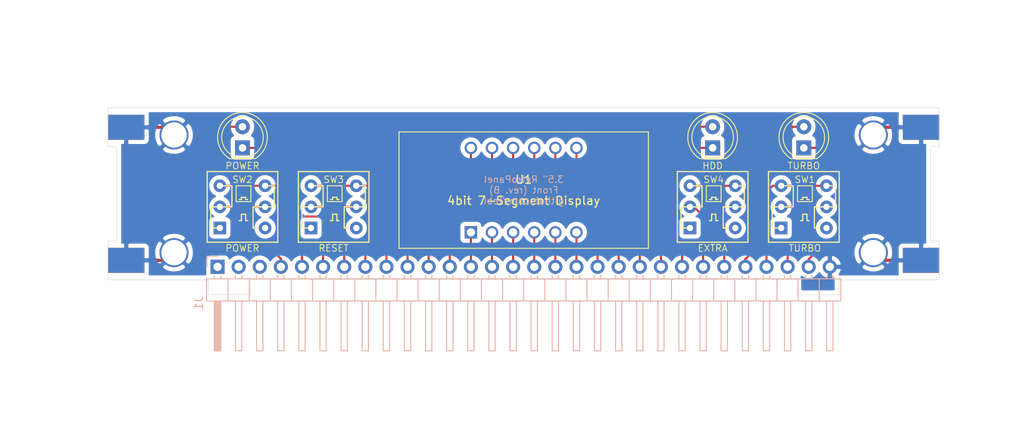
<source format=kicad_pcb>
(kicad_pcb (version 20171130) (host pcbnew "(5.1.8)-1")

  (general
    (thickness 1.6)
    (drawings 40)
    (tracks 147)
    (zones 0)
    (modules 17)
    (nets 28)
  )

  (page A4)
  (layers
    (0 F.Cu signal)
    (31 B.Cu signal)
    (32 B.Adhes user)
    (33 F.Adhes user)
    (34 B.Paste user)
    (35 F.Paste user)
    (36 B.SilkS user)
    (37 F.SilkS user)
    (38 B.Mask user)
    (39 F.Mask user)
    (40 Dwgs.User user)
    (41 Cmts.User user)
    (42 Eco1.User user)
    (43 Eco2.User user)
    (44 Edge.Cuts user)
    (45 Margin user)
    (46 B.CrtYd user)
    (47 F.CrtYd user)
    (48 B.Fab user hide)
    (49 F.Fab user)
  )

  (setup
    (last_trace_width 0.25)
    (trace_clearance 0.2)
    (zone_clearance 0.508)
    (zone_45_only no)
    (trace_min 0.2)
    (via_size 0.8)
    (via_drill 0.4)
    (via_min_size 0.4)
    (via_min_drill 0.3)
    (uvia_size 0.3)
    (uvia_drill 0.1)
    (uvias_allowed no)
    (uvia_min_size 0.2)
    (uvia_min_drill 0.1)
    (edge_width 0.05)
    (segment_width 0.2)
    (pcb_text_width 0.3)
    (pcb_text_size 1.5 1.5)
    (mod_edge_width 0.12)
    (mod_text_size 1 1)
    (mod_text_width 0.15)
    (pad_size 1.524 1.524)
    (pad_drill 0.762)
    (pad_to_mask_clearance 0)
    (aux_axis_origin 0 0)
    (grid_origin 100 100)
    (visible_elements 7FFFFFFF)
    (pcbplotparams
      (layerselection 0x011fc_ffffffff)
      (usegerberextensions true)
      (usegerberattributes false)
      (usegerberadvancedattributes false)
      (creategerberjobfile false)
      (excludeedgelayer true)
      (linewidth 0.100000)
      (plotframeref false)
      (viasonmask false)
      (mode 1)
      (useauxorigin false)
      (hpglpennumber 1)
      (hpglpenspeed 20)
      (hpglpendiameter 15.000000)
      (psnegative false)
      (psa4output false)
      (plotreference true)
      (plotvalue true)
      (plotinvisibletext false)
      (padsonsilk false)
      (subtractmaskfromsilk false)
      (outputformat 1)
      (mirror false)
      (drillshape 0)
      (scaleselection 1)
      (outputdirectory "export/"))
  )

  (net 0 "")
  (net 1 GND)
  (net 2 LED_PWR2)
  (net 3 LED_PWR1)
  (net 4 LED_TURBO1)
  (net 5 LED_TURBO2)
  (net 6 SW_TURBO2)
  (net 7 SW_TURBO1)
  (net 8 SW_PWR2)
  (net 9 SW_PWR1)
  (net 10 /7S_A)
  (net 11 /7S_B)
  (net 12 /7S_C)
  (net 13 /7S_D)
  (net 14 /7S_E)
  (net 15 /7S_F)
  (net 16 /7S_G)
  (net 17 /7S_DP)
  (net 18 /7S_D1)
  (net 19 /7S_D2)
  (net 20 /7S_D3)
  (net 21 /7S_D4)
  (net 22 SW_RESET1)
  (net 23 SW_RESET2)
  (net 24 SW_EXTRA1)
  (net 25 SW_EXTRA2)
  (net 26 LED_HDD2)
  (net 27 LED_HDD1)

  (net_class Default "This is the default net class."
    (clearance 0.2)
    (trace_width 0.25)
    (via_dia 0.8)
    (via_drill 0.4)
    (uvia_dia 0.3)
    (uvia_drill 0.1)
    (add_net /7S_A)
    (add_net /7S_B)
    (add_net /7S_C)
    (add_net /7S_D)
    (add_net /7S_D1)
    (add_net /7S_D2)
    (add_net /7S_D3)
    (add_net /7S_D4)
    (add_net /7S_DP)
    (add_net /7S_E)
    (add_net /7S_F)
    (add_net /7S_G)
    (add_net LED_HDD1)
    (add_net LED_HDD2)
    (add_net LED_PWR1)
    (add_net LED_PWR2)
    (add_net LED_TURBO1)
    (add_net LED_TURBO2)
    (add_net SW_EXTRA1)
    (add_net SW_EXTRA2)
    (add_net SW_PWR1)
    (add_net SW_PWR2)
    (add_net SW_RESET1)
    (add_net SW_RESET2)
    (add_net SW_TURBO1)
    (add_net SW_TURBO2)
  )

  (net_class PWR ""
    (clearance 0.2)
    (trace_width 0.381)
    (via_dia 0.8)
    (via_drill 0.4)
    (uvia_dia 0.3)
    (uvia_drill 0.1)
    (add_net GND)
  )

  (module LED_THT:LED_D5.0mm (layer F.Cu) (tedit 5995936A) (tstamp 6355DCEE)
    (at 184.453 84.125 90)
    (descr "LED, diameter 5.0mm, 2 pins, http://cdn-reichelt.de/documents/datenblatt/A500/LL-504BC2E-009.pdf")
    (tags "LED diameter 5.0mm 2 pins")
    (path /635C68A8)
    (fp_text reference D2 (at 1.27 -3.96 90) (layer F.SilkS) hide
      (effects (font (size 1 1) (thickness 0.15)))
    )
    (fp_text value TURBO (at -2.159 0 180) (layer F.SilkS)
      (effects (font (size 0.8 0.8) (thickness 0.1)))
    )
    (fp_line (start 4.5 -3.25) (end -1.95 -3.25) (layer F.CrtYd) (width 0.05))
    (fp_line (start 4.5 3.25) (end 4.5 -3.25) (layer F.CrtYd) (width 0.05))
    (fp_line (start -1.95 3.25) (end 4.5 3.25) (layer F.CrtYd) (width 0.05))
    (fp_line (start -1.95 -3.25) (end -1.95 3.25) (layer F.CrtYd) (width 0.05))
    (fp_line (start -1.29 -1.545) (end -1.29 1.545) (layer F.SilkS) (width 0.12))
    (fp_line (start -1.23 -1.469694) (end -1.23 1.469694) (layer F.Fab) (width 0.1))
    (fp_circle (center 1.27 0) (end 3.77 0) (layer F.SilkS) (width 0.12))
    (fp_circle (center 1.27 0) (end 3.77 0) (layer F.Fab) (width 0.1))
    (fp_text user %R (at 1.25 0 90) (layer F.Fab)
      (effects (font (size 0.8 0.8) (thickness 0.2)))
    )
    (fp_arc (start 1.27 0) (end -1.29 1.54483) (angle -148.9) (layer F.SilkS) (width 0.12))
    (fp_arc (start 1.27 0) (end -1.29 -1.54483) (angle 148.9) (layer F.SilkS) (width 0.12))
    (fp_arc (start 1.27 0) (end -1.23 -1.469694) (angle 299.1) (layer F.Fab) (width 0.1))
    (pad 2 thru_hole circle (at 2.54 0 90) (size 1.8 1.8) (drill 0.9) (layers *.Cu *.Mask)
      (net 4 LED_TURBO1))
    (pad 1 thru_hole rect (at 0 0 90) (size 1.8 1.8) (drill 0.9) (layers *.Cu *.Mask)
      (net 5 LED_TURBO2))
    (model ${KISYS3DMOD}/LED_THT.3dshapes/LED_D5.0mm.wrl
      (at (xyz 0 0 0))
      (scale (xyz 1 1 1))
      (rotate (xyz 0 0 0))
    )
  )

  (module mounting:M3_pin (layer F.Cu) (tedit 5F76331A) (tstamp 6359B786)
    (at 108.6875 82.575)
    (descr "module 1 pin (ou trou mecanique de percage)")
    (tags DEV)
    (path /62827110)
    (fp_text reference M4 (at 0 -3.048) (layer F.Fab) hide
      (effects (font (size 1 1) (thickness 0.15)))
    )
    (fp_text value Mounting_Pin (at 0 3) (layer F.Fab) hide
      (effects (font (size 1 1) (thickness 0.15)))
    )
    (fp_circle (center 0 0) (end 2.6 0) (layer F.CrtYd) (width 0.05))
    (fp_circle (center 0 0) (end 2 0.8) (layer F.Fab) (width 0.1))
    (pad 1 thru_hole circle (at 0 0) (size 3.5 3.5) (drill 3.048) (layers *.Cu *.Mask)
      (net 1 GND) (solder_mask_margin 0.8))
  )

  (module RetroPanel:Pad_pin (layer F.Cu) (tedit 6359AF0E) (tstamp 6359AFD2)
    (at 102.9345 81.6485 270)
    (descr "module 1 pin (ou trou mecanique de percage)")
    (tags DEV)
    (path /637825FA)
    (fp_text reference M5 (at 0 -4.445 90) (layer F.Fab) hide
      (effects (font (size 1 1) (thickness 0.15)))
    )
    (fp_text value Mounting_Pad (at 0 -3.175 90) (layer F.Fab) hide
      (effects (font (size 1 1) (thickness 0.15)))
    )
    (pad 1 smd rect (at 0 0 270) (size 3 4.4) (layers B.Cu B.Paste B.Mask)
      (net 1 GND))
    (pad 1 smd rect (at 0 0 270) (size 3 4.4) (layers F.Cu F.Paste F.Mask)
      (net 1 GND))
  )

  (module RetroPanel:Pad_pin (layer F.Cu) (tedit 6359AF0E) (tstamp 6359AC8A)
    (at 102.9345 97.6505 270)
    (descr "module 1 pin (ou trou mecanique de percage)")
    (tags DEV)
    (path /63790274)
    (fp_text reference M7 (at 0 -4.445 90) (layer F.Fab) hide
      (effects (font (size 1 1) (thickness 0.15)))
    )
    (fp_text value Mounting_Pad (at 0 -3.175 90) (layer F.Fab) hide
      (effects (font (size 1 1) (thickness 0.15)))
    )
    (pad 1 smd rect (at 0 0 270) (size 3 4.4) (layers B.Cu B.Paste B.Mask)
      (net 1 GND))
    (pad 1 smd rect (at 0 0 270) (size 3 4.4) (layers F.Cu F.Paste F.Mask)
      (net 1 GND))
  )

  (module RetroPanel:Pad_pin (layer F.Cu) (tedit 6359AF0E) (tstamp 6359B50D)
    (at 198.5655 81.6485 90)
    (descr "module 1 pin (ou trou mecanique de percage)")
    (tags DEV)
    (path /637AD756)
    (fp_text reference M9 (at 0 -4.445 90) (layer F.Fab) hide
      (effects (font (size 1 1) (thickness 0.15)))
    )
    (fp_text value Mounting_Pad (at 0 -3.175 90) (layer F.Fab) hide
      (effects (font (size 1 1) (thickness 0.15)))
    )
    (pad 1 smd rect (at 0 0 90) (size 3 4.4) (layers B.Cu B.Paste B.Mask)
      (net 1 GND))
    (pad 1 smd rect (at 0 0 90) (size 3 4.4) (layers F.Cu F.Paste F.Mask)
      (net 1 GND))
  )

  (module RetroPanel:Pad_pin (layer F.Cu) (tedit 6359AF0E) (tstamp 6359B513)
    (at 198.5655 97.6505 90)
    (descr "module 1 pin (ou trou mecanique de percage)")
    (tags DEV)
    (path /637AD750)
    (fp_text reference M10 (at 0 -4.445 90) (layer F.Fab) hide
      (effects (font (size 1 1) (thickness 0.15)))
    )
    (fp_text value Mounting_Pad (at 0 -3.175 90) (layer F.Fab) hide
      (effects (font (size 1 1) (thickness 0.15)))
    )
    (pad 1 smd rect (at 0 0 90) (size 3 4.4) (layers B.Cu B.Paste B.Mask)
      (net 1 GND))
    (pad 1 smd rect (at 0 0 90) (size 3 4.4) (layers F.Cu F.Paste F.Mask)
      (net 1 GND))
  )

  (module mounting:M3_pin (layer F.Cu) (tedit 5F76331A) (tstamp 6359B752)
    (at 108.6875 96.725)
    (descr "module 1 pin (ou trou mecanique de percage)")
    (tags DEV)
    (path /6282631C)
    (fp_text reference M1 (at 3.048 0) (layer F.Fab) hide
      (effects (font (size 1 1) (thickness 0.15)))
    )
    (fp_text value Mounting_Pin (at 0 3) (layer F.Fab) hide
      (effects (font (size 1 1) (thickness 0.15)))
    )
    (fp_circle (center 0 0) (end 2 0.8) (layer F.Fab) (width 0.1))
    (fp_circle (center 0 0) (end 2.6 0) (layer F.CrtYd) (width 0.05))
    (pad 1 thru_hole circle (at 0 0) (size 3.5 3.5) (drill 3.048) (layers *.Cu *.Mask)
      (net 1 GND) (solder_mask_margin 0.8))
  )

  (module mounting:M3_pin (layer F.Cu) (tedit 5F76331A) (tstamp 6282A42B)
    (at 192.8125 96.725)
    (descr "module 1 pin (ou trou mecanique de percage)")
    (tags DEV)
    (path /62826824)
    (fp_text reference M2 (at 0 -3.048) (layer F.Fab) hide
      (effects (font (size 1 1) (thickness 0.15)))
    )
    (fp_text value Mounting_Pin (at 0 3) (layer F.Fab) hide
      (effects (font (size 1 1) (thickness 0.15)))
    )
    (fp_circle (center 0 0) (end 2.6 0) (layer F.CrtYd) (width 0.05))
    (fp_circle (center 0 0) (end 2 0.8) (layer F.Fab) (width 0.1))
    (pad 1 thru_hole circle (at 0 0) (size 3.5 3.5) (drill 3.048) (layers *.Cu *.Mask)
      (net 1 GND) (solder_mask_margin 0.8))
  )

  (module mounting:M3_pin (layer F.Cu) (tedit 5F76331A) (tstamp 6355E063)
    (at 192.8125 82.575)
    (descr "module 1 pin (ou trou mecanique de percage)")
    (tags DEV)
    (path /62826D8F)
    (fp_text reference M3 (at 0 -3.048) (layer F.Fab) hide
      (effects (font (size 1 1) (thickness 0.15)))
    )
    (fp_text value Mounting_Pin (at 0 3) (layer F.Fab) hide
      (effects (font (size 1 1) (thickness 0.15)))
    )
    (fp_circle (center 0 0) (end 2.6 0) (layer F.CrtYd) (width 0.05))
    (fp_circle (center 0 0) (end 2 0.8) (layer F.Fab) (width 0.1))
    (pad 1 thru_hole circle (at 0 0) (size 3.5 3.5) (drill 3.048) (layers *.Cu *.Mask)
      (net 1 GND) (solder_mask_margin 0.8))
  )

  (module 6pin_switch:dpdt_switch_black (layer F.Cu) (tedit 60512AF8) (tstamp 62DBF96B)
    (at 184.453 91.221)
    (path /62E3B89C)
    (fp_text reference SW1 (at 0.127 -3.286) (layer F.SilkS)
      (effects (font (size 0.8 0.8) (thickness 0.1)))
    )
    (fp_text value TURBO (at 0.127 4.969) (layer F.SilkS)
      (effects (font (size 0.8 0.8) (thickness 0.1)))
    )
    (fp_line (start -4.25 4.25) (end 4.25 4.25) (layer F.SilkS) (width 0.15))
    (fp_line (start -4.25 -4.25) (end -4.25 4.25) (layer F.SilkS) (width 0.15))
    (fp_line (start 4.25 -4.25) (end 4.25 4.25) (layer F.SilkS) (width 0.15))
    (fp_line (start -4.25 -4.25) (end 4.25 -4.25) (layer F.SilkS) (width 0.15))
    (fp_line (start 1.27 2.54) (end 1.905 2.54) (layer F.SilkS) (width 0.15))
    (fp_line (start -3.81 2.54) (end -3.175 2.54) (layer F.SilkS) (width 0.15))
    (fp_line (start -3.81 0) (end -3.81 2.54) (layer F.SilkS) (width 0.15))
    (fp_line (start -3.175 0) (end -3.81 0) (layer F.SilkS) (width 0.15))
    (fp_line (start 3.81 0) (end 3.175 0) (layer F.SilkS) (width 0.15))
    (fp_line (start 3.81 -2.54) (end 3.81 0) (layer F.SilkS) (width 0.15))
    (fp_line (start 3.175 -2.54) (end 3.81 -2.54) (layer F.SilkS) (width 0.15))
    (fp_line (start -2.286 0) (end -1.27 0) (layer F.SilkS) (width 0.15))
    (fp_line (start -1.27 0) (end -1.27 -2.54) (layer F.SilkS) (width 0.15))
    (fp_line (start 2.286 0) (end 1.27 0) (layer F.SilkS) (width 0.15))
    (fp_line (start 1.27 0) (end 1.27 2.54) (layer F.SilkS) (width 0.15))
    (fp_line (start -1.27 -2.54) (end -2.286 -2.54) (layer F.SilkS) (width 0.15))
    (fp_line (start 0.381 1.651) (end 0.635 1.651) (layer F.SilkS) (width 0.15))
    (fp_line (start 0.381 0.889) (end 0.381 1.651) (layer F.SilkS) (width 0.15))
    (fp_line (start -0.127 0.889) (end 0.381 0.889) (layer F.SilkS) (width 0.15))
    (fp_line (start -0.127 1.651) (end -0.127 0.889) (layer F.SilkS) (width 0.15))
    (fp_line (start -0.381 1.651) (end -0.127 1.651) (layer F.SilkS) (width 0.15))
    (fp_line (start 0.381 -0.889) (end 0.635 -0.889) (layer F.SilkS) (width 0.15))
    (fp_line (start 0.381 -1.143) (end 0.381 -0.889) (layer F.SilkS) (width 0.15))
    (fp_line (start -0.127 -1.143) (end 0.381 -1.143) (layer F.SilkS) (width 0.15))
    (fp_line (start -0.127 -0.889) (end -0.127 -1.143) (layer F.SilkS) (width 0.15))
    (fp_line (start -0.381 -0.889) (end -0.127 -0.889) (layer F.SilkS) (width 0.15))
    (fp_line (start -0.762 -0.635) (end -0.762 -2.54) (layer F.SilkS) (width 0.12))
    (fp_line (start -0.762 -2.54) (end 1.016 -2.54) (layer F.SilkS) (width 0.12))
    (fp_line (start 1.016 -2.54) (end 1.016 -0.635) (layer F.SilkS) (width 0.12))
    (fp_line (start 1.016 -0.635) (end -0.762 -0.635) (layer F.SilkS) (width 0.12))
    (pad 3 thru_hole circle (at -2.725 -2.54) (size 1.524 1.524) (drill 0.762) (layers *.Cu *.Mask)
      (net 6 SW_TURBO2))
    (pad 2 thru_hole circle (at -2.725 0) (size 1.524 1.524) (drill 0.762) (layers *.Cu *.Mask)
      (net 7 SW_TURBO1))
    (pad 1 thru_hole rect (at -2.725 2.54) (size 1.524 1.524) (drill 0.762) (layers *.Cu *.Mask))
    (pad 4 thru_hole circle (at 2.725 2.54) (size 1.524 1.524) (drill 0.762) (layers *.Cu *.Mask))
    (pad 5 thru_hole circle (at 2.725 0) (size 1.524 1.524) (drill 0.762) (layers *.Cu *.Mask))
    (pad 6 thru_hole circle (at 2.725 -2.54) (size 1.524 1.524) (drill 0.762) (layers *.Cu *.Mask)
      (net 6 SW_TURBO2))
  )

  (module 6pin_switch:dpdt_switch_black (layer F.Cu) (tedit 60512AF8) (tstamp 636981BA)
    (at 116.92 91.221)
    (path /62E3F52F)
    (fp_text reference SW2 (at 0 -3.286) (layer F.SilkS)
      (effects (font (size 0.8 0.8) (thickness 0.1)))
    )
    (fp_text value POWER (at 0 4.969) (layer F.SilkS)
      (effects (font (size 0.8 0.8) (thickness 0.1)))
    )
    (fp_line (start 1.016 -0.635) (end -0.762 -0.635) (layer F.SilkS) (width 0.12))
    (fp_line (start 1.016 -2.54) (end 1.016 -0.635) (layer F.SilkS) (width 0.12))
    (fp_line (start -0.762 -2.54) (end 1.016 -2.54) (layer F.SilkS) (width 0.12))
    (fp_line (start -0.762 -0.635) (end -0.762 -2.54) (layer F.SilkS) (width 0.12))
    (fp_line (start -0.381 -0.889) (end -0.127 -0.889) (layer F.SilkS) (width 0.15))
    (fp_line (start -0.127 -0.889) (end -0.127 -1.143) (layer F.SilkS) (width 0.15))
    (fp_line (start -0.127 -1.143) (end 0.381 -1.143) (layer F.SilkS) (width 0.15))
    (fp_line (start 0.381 -1.143) (end 0.381 -0.889) (layer F.SilkS) (width 0.15))
    (fp_line (start 0.381 -0.889) (end 0.635 -0.889) (layer F.SilkS) (width 0.15))
    (fp_line (start -0.381 1.651) (end -0.127 1.651) (layer F.SilkS) (width 0.15))
    (fp_line (start -0.127 1.651) (end -0.127 0.889) (layer F.SilkS) (width 0.15))
    (fp_line (start -0.127 0.889) (end 0.381 0.889) (layer F.SilkS) (width 0.15))
    (fp_line (start 0.381 0.889) (end 0.381 1.651) (layer F.SilkS) (width 0.15))
    (fp_line (start 0.381 1.651) (end 0.635 1.651) (layer F.SilkS) (width 0.15))
    (fp_line (start -1.27 -2.54) (end -2.286 -2.54) (layer F.SilkS) (width 0.15))
    (fp_line (start 1.27 0) (end 1.27 2.54) (layer F.SilkS) (width 0.15))
    (fp_line (start 2.286 0) (end 1.27 0) (layer F.SilkS) (width 0.15))
    (fp_line (start -1.27 0) (end -1.27 -2.54) (layer F.SilkS) (width 0.15))
    (fp_line (start -2.286 0) (end -1.27 0) (layer F.SilkS) (width 0.15))
    (fp_line (start 3.175 -2.54) (end 3.81 -2.54) (layer F.SilkS) (width 0.15))
    (fp_line (start 3.81 -2.54) (end 3.81 0) (layer F.SilkS) (width 0.15))
    (fp_line (start 3.81 0) (end 3.175 0) (layer F.SilkS) (width 0.15))
    (fp_line (start -3.175 0) (end -3.81 0) (layer F.SilkS) (width 0.15))
    (fp_line (start -3.81 0) (end -3.81 2.54) (layer F.SilkS) (width 0.15))
    (fp_line (start -3.81 2.54) (end -3.175 2.54) (layer F.SilkS) (width 0.15))
    (fp_line (start 1.27 2.54) (end 1.905 2.54) (layer F.SilkS) (width 0.15))
    (fp_line (start -4.25 -4.25) (end 4.25 -4.25) (layer F.SilkS) (width 0.15))
    (fp_line (start 4.25 -4.25) (end 4.25 4.25) (layer F.SilkS) (width 0.15))
    (fp_line (start -4.25 -4.25) (end -4.25 4.25) (layer F.SilkS) (width 0.15))
    (fp_line (start -4.25 4.25) (end 4.25 4.25) (layer F.SilkS) (width 0.15))
    (pad 6 thru_hole circle (at 2.725 -2.54) (size 1.524 1.524) (drill 0.762) (layers *.Cu *.Mask)
      (net 8 SW_PWR2))
    (pad 5 thru_hole circle (at 2.725 0) (size 1.524 1.524) (drill 0.762) (layers *.Cu *.Mask)
      (net 9 SW_PWR1))
    (pad 4 thru_hole circle (at 2.725 2.54) (size 1.524 1.524) (drill 0.762) (layers *.Cu *.Mask))
    (pad 1 thru_hole rect (at -2.725 2.54) (size 1.524 1.524) (drill 0.762) (layers *.Cu *.Mask))
    (pad 2 thru_hole circle (at -2.725 0) (size 1.524 1.524) (drill 0.762) (layers *.Cu *.Mask)
      (net 9 SW_PWR1))
    (pad 3 thru_hole circle (at -2.725 -2.54) (size 1.524 1.524) (drill 0.762) (layers *.Cu *.Mask)
      (net 8 SW_PWR2))
  )

  (module LED_THT:LED_D5.0mm (layer F.Cu) (tedit 5995936A) (tstamp 635F0DF8)
    (at 116.92 84.125 90)
    (descr "LED, diameter 5.0mm, 2 pins, http://cdn-reichelt.de/documents/datenblatt/A500/LL-504BC2E-009.pdf")
    (tags "LED diameter 5.0mm 2 pins")
    (path /635B6CCE)
    (fp_text reference D1 (at 1.27 -3.96 90) (layer F.SilkS) hide
      (effects (font (size 1 1) (thickness 0.15)))
    )
    (fp_text value POWER (at -2.159 0 180) (layer F.SilkS)
      (effects (font (size 0.8 0.8) (thickness 0.1)))
    )
    (fp_circle (center 1.27 0) (end 3.77 0) (layer F.Fab) (width 0.1))
    (fp_circle (center 1.27 0) (end 3.77 0) (layer F.SilkS) (width 0.12))
    (fp_line (start -1.23 -1.469694) (end -1.23 1.469694) (layer F.Fab) (width 0.1))
    (fp_line (start -1.29 -1.545) (end -1.29 1.545) (layer F.SilkS) (width 0.12))
    (fp_line (start -1.95 -3.25) (end -1.95 3.25) (layer F.CrtYd) (width 0.05))
    (fp_line (start -1.95 3.25) (end 4.5 3.25) (layer F.CrtYd) (width 0.05))
    (fp_line (start 4.5 3.25) (end 4.5 -3.25) (layer F.CrtYd) (width 0.05))
    (fp_line (start 4.5 -3.25) (end -1.95 -3.25) (layer F.CrtYd) (width 0.05))
    (fp_arc (start 1.27 0) (end -1.23 -1.469694) (angle 299.1) (layer F.Fab) (width 0.1))
    (fp_arc (start 1.27 0) (end -1.29 -1.54483) (angle 148.9) (layer F.SilkS) (width 0.12))
    (fp_arc (start 1.27 0) (end -1.29 1.54483) (angle -148.9) (layer F.SilkS) (width 0.12))
    (fp_text user %R (at 1.25 0 90) (layer F.Fab)
      (effects (font (size 0.8 0.8) (thickness 0.2)))
    )
    (pad 1 thru_hole rect (at 0 0 90) (size 1.8 1.8) (drill 0.9) (layers *.Cu *.Mask)
      (net 2 LED_PWR2))
    (pad 2 thru_hole circle (at 2.54 0 90) (size 1.8 1.8) (drill 0.9) (layers *.Cu *.Mask)
      (net 3 LED_PWR1))
    (model ${KISYS3DMOD}/LED_THT.3dshapes/LED_D5.0mm.wrl
      (at (xyz 0 0 0))
      (scale (xyz 1 1 1))
      (rotate (xyz 0 0 0))
    )
  )

  (module 6pin_switch:dpdt_switch_black (layer F.Cu) (tedit 60512AF8) (tstamp 636980F6)
    (at 127.89 91.221)
    (path /6359A1EF)
    (fp_text reference SW3 (at 0 -3.286) (layer F.SilkS)
      (effects (font (size 0.8 0.8) (thickness 0.1)))
    )
    (fp_text value RESET (at 0 4.969) (layer F.SilkS)
      (effects (font (size 0.8 0.8) (thickness 0.1)))
    )
    (fp_line (start -4.25 4.25) (end 4.25 4.25) (layer F.SilkS) (width 0.15))
    (fp_line (start -4.25 -4.25) (end -4.25 4.25) (layer F.SilkS) (width 0.15))
    (fp_line (start 4.25 -4.25) (end 4.25 4.25) (layer F.SilkS) (width 0.15))
    (fp_line (start -4.25 -4.25) (end 4.25 -4.25) (layer F.SilkS) (width 0.15))
    (fp_line (start 1.27 2.54) (end 1.905 2.54) (layer F.SilkS) (width 0.15))
    (fp_line (start -3.81 2.54) (end -3.175 2.54) (layer F.SilkS) (width 0.15))
    (fp_line (start -3.81 0) (end -3.81 2.54) (layer F.SilkS) (width 0.15))
    (fp_line (start -3.175 0) (end -3.81 0) (layer F.SilkS) (width 0.15))
    (fp_line (start 3.81 0) (end 3.175 0) (layer F.SilkS) (width 0.15))
    (fp_line (start 3.81 -2.54) (end 3.81 0) (layer F.SilkS) (width 0.15))
    (fp_line (start 3.175 -2.54) (end 3.81 -2.54) (layer F.SilkS) (width 0.15))
    (fp_line (start -2.286 0) (end -1.27 0) (layer F.SilkS) (width 0.15))
    (fp_line (start -1.27 0) (end -1.27 -2.54) (layer F.SilkS) (width 0.15))
    (fp_line (start 2.286 0) (end 1.27 0) (layer F.SilkS) (width 0.15))
    (fp_line (start 1.27 0) (end 1.27 2.54) (layer F.SilkS) (width 0.15))
    (fp_line (start -1.27 -2.54) (end -2.286 -2.54) (layer F.SilkS) (width 0.15))
    (fp_line (start 0.381 1.651) (end 0.635 1.651) (layer F.SilkS) (width 0.15))
    (fp_line (start 0.381 0.889) (end 0.381 1.651) (layer F.SilkS) (width 0.15))
    (fp_line (start -0.127 0.889) (end 0.381 0.889) (layer F.SilkS) (width 0.15))
    (fp_line (start -0.127 1.651) (end -0.127 0.889) (layer F.SilkS) (width 0.15))
    (fp_line (start -0.381 1.651) (end -0.127 1.651) (layer F.SilkS) (width 0.15))
    (fp_line (start 0.381 -0.889) (end 0.635 -0.889) (layer F.SilkS) (width 0.15))
    (fp_line (start 0.381 -1.143) (end 0.381 -0.889) (layer F.SilkS) (width 0.15))
    (fp_line (start -0.127 -1.143) (end 0.381 -1.143) (layer F.SilkS) (width 0.15))
    (fp_line (start -0.127 -0.889) (end -0.127 -1.143) (layer F.SilkS) (width 0.15))
    (fp_line (start -0.381 -0.889) (end -0.127 -0.889) (layer F.SilkS) (width 0.15))
    (fp_line (start -0.762 -0.635) (end -0.762 -2.54) (layer F.SilkS) (width 0.12))
    (fp_line (start -0.762 -2.54) (end 1.016 -2.54) (layer F.SilkS) (width 0.12))
    (fp_line (start 1.016 -2.54) (end 1.016 -0.635) (layer F.SilkS) (width 0.12))
    (fp_line (start 1.016 -0.635) (end -0.762 -0.635) (layer F.SilkS) (width 0.12))
    (pad 3 thru_hole circle (at -2.725 -2.54) (size 1.524 1.524) (drill 0.762) (layers *.Cu *.Mask)
      (net 23 SW_RESET2))
    (pad 2 thru_hole circle (at -2.725 0) (size 1.524 1.524) (drill 0.762) (layers *.Cu *.Mask)
      (net 22 SW_RESET1))
    (pad 1 thru_hole rect (at -2.725 2.54) (size 1.524 1.524) (drill 0.762) (layers *.Cu *.Mask))
    (pad 4 thru_hole circle (at 2.725 2.54) (size 1.524 1.524) (drill 0.762) (layers *.Cu *.Mask))
    (pad 5 thru_hole circle (at 2.725 0) (size 1.524 1.524) (drill 0.762) (layers *.Cu *.Mask)
      (net 22 SW_RESET1))
    (pad 6 thru_hole circle (at 2.725 -2.54) (size 1.524 1.524) (drill 0.762) (layers *.Cu *.Mask)
      (net 23 SW_RESET2))
  )

  (module RetroPanel:3641AH (layer F.Cu) (tedit 63572C82) (tstamp 635790EB)
    (at 150.75 89.205)
    (descr "4 digit 7 segment green LED, http://www.kingbright.com/attachments/file/psearch/000/00/00/CA56-12CGKWA(Ver.9A).pdf")
    (tags "4 digit 7 segment green LED")
    (path /635D0ECA)
    (fp_text reference U1 (at 0 -1.27) (layer F.SilkS)
      (effects (font (size 1 1) (thickness 0.15)))
    )
    (fp_text value "4bit 7-Segment Display" (at 0 1.27) (layer F.SilkS)
      (effects (font (size 1 1) (thickness 0.15)))
    )
    (fp_line (start 15 7) (end -15 7) (layer F.SilkS) (width 0.12))
    (fp_line (start -15 -7) (end 15 -7) (layer F.SilkS) (width 0.12))
    (fp_line (start -15 -7) (end -15 7) (layer F.SilkS) (width 0.12))
    (fp_line (start 15 7) (end 15 -7) (layer F.SilkS) (width 0.12))
    (fp_text user %R (at 0 -1.27) (layer F.Fab)
      (effects (font (size 1 1) (thickness 0.15)))
    )
    (pad 12 thru_hole circle (at -6.35 -5.08 90) (size 1.5 1.5) (drill 1) (layers *.Cu *.Mask)
      (net 18 /7S_D1))
    (pad 11 thru_hole circle (at -3.81 -5.08 90) (size 1.5 1.5) (drill 1) (layers *.Cu *.Mask)
      (net 10 /7S_A))
    (pad 10 thru_hole circle (at -1.27 -5.08 90) (size 1.5 1.5) (drill 1) (layers *.Cu *.Mask)
      (net 15 /7S_F))
    (pad 9 thru_hole circle (at 1.27 -5.08 90) (size 1.5 1.5) (drill 1) (layers *.Cu *.Mask)
      (net 19 /7S_D2))
    (pad 8 thru_hole circle (at 3.81 -5.08 90) (size 1.5 1.5) (drill 1) (layers *.Cu *.Mask)
      (net 20 /7S_D3))
    (pad 7 thru_hole circle (at 6.35 -5.08 90) (size 1.5 1.5) (drill 1) (layers *.Cu *.Mask)
      (net 11 /7S_B))
    (pad 6 thru_hole circle (at 6.35 5.08 90) (size 1.5 1.5) (drill 1) (layers *.Cu *.Mask)
      (net 21 /7S_D4))
    (pad 5 thru_hole circle (at 3.81 5.08 90) (size 1.5 1.5) (drill 1) (layers *.Cu *.Mask)
      (net 16 /7S_G))
    (pad 4 thru_hole circle (at 1.27 5.08 90) (size 1.5 1.5) (drill 1) (layers *.Cu *.Mask)
      (net 12 /7S_C))
    (pad 3 thru_hole circle (at -1.27 5.08 90) (size 1.5 1.5) (drill 1) (layers *.Cu *.Mask)
      (net 17 /7S_DP))
    (pad 2 thru_hole circle (at -3.81 5.08 90) (size 1.5 1.5) (drill 1) (layers *.Cu *.Mask)
      (net 13 /7S_D))
    (pad 1 thru_hole rect (at -6.35 5.08 90) (size 1.5 1.5) (drill 1) (layers *.Cu *.Mask)
      (net 14 /7S_E))
  )

  (module 6pin_switch:dpdt_switch_black (layer F.Cu) (tedit 60512AF8) (tstamp 63597E11)
    (at 173.483 91.221)
    (path /6374F345)
    (fp_text reference SW4 (at 0.127 -3.286) (layer F.SilkS)
      (effects (font (size 0.8 0.8) (thickness 0.1)))
    )
    (fp_text value EXTRA (at 0 4.969) (layer F.SilkS)
      (effects (font (size 0.8 0.8) (thickness 0.1)))
    )
    (fp_line (start 1.016 -0.635) (end -0.762 -0.635) (layer F.SilkS) (width 0.12))
    (fp_line (start 1.016 -2.54) (end 1.016 -0.635) (layer F.SilkS) (width 0.12))
    (fp_line (start -0.762 -2.54) (end 1.016 -2.54) (layer F.SilkS) (width 0.12))
    (fp_line (start -0.762 -0.635) (end -0.762 -2.54) (layer F.SilkS) (width 0.12))
    (fp_line (start -0.381 -0.889) (end -0.127 -0.889) (layer F.SilkS) (width 0.15))
    (fp_line (start -0.127 -0.889) (end -0.127 -1.143) (layer F.SilkS) (width 0.15))
    (fp_line (start -0.127 -1.143) (end 0.381 -1.143) (layer F.SilkS) (width 0.15))
    (fp_line (start 0.381 -1.143) (end 0.381 -0.889) (layer F.SilkS) (width 0.15))
    (fp_line (start 0.381 -0.889) (end 0.635 -0.889) (layer F.SilkS) (width 0.15))
    (fp_line (start -0.381 1.651) (end -0.127 1.651) (layer F.SilkS) (width 0.15))
    (fp_line (start -0.127 1.651) (end -0.127 0.889) (layer F.SilkS) (width 0.15))
    (fp_line (start -0.127 0.889) (end 0.381 0.889) (layer F.SilkS) (width 0.15))
    (fp_line (start 0.381 0.889) (end 0.381 1.651) (layer F.SilkS) (width 0.15))
    (fp_line (start 0.381 1.651) (end 0.635 1.651) (layer F.SilkS) (width 0.15))
    (fp_line (start -1.27 -2.54) (end -2.286 -2.54) (layer F.SilkS) (width 0.15))
    (fp_line (start 1.27 0) (end 1.27 2.54) (layer F.SilkS) (width 0.15))
    (fp_line (start 2.286 0) (end 1.27 0) (layer F.SilkS) (width 0.15))
    (fp_line (start -1.27 0) (end -1.27 -2.54) (layer F.SilkS) (width 0.15))
    (fp_line (start -2.286 0) (end -1.27 0) (layer F.SilkS) (width 0.15))
    (fp_line (start 3.175 -2.54) (end 3.81 -2.54) (layer F.SilkS) (width 0.15))
    (fp_line (start 3.81 -2.54) (end 3.81 0) (layer F.SilkS) (width 0.15))
    (fp_line (start 3.81 0) (end 3.175 0) (layer F.SilkS) (width 0.15))
    (fp_line (start -3.175 0) (end -3.81 0) (layer F.SilkS) (width 0.15))
    (fp_line (start -3.81 0) (end -3.81 2.54) (layer F.SilkS) (width 0.15))
    (fp_line (start -3.81 2.54) (end -3.175 2.54) (layer F.SilkS) (width 0.15))
    (fp_line (start 1.27 2.54) (end 1.905 2.54) (layer F.SilkS) (width 0.15))
    (fp_line (start -4.25 -4.25) (end 4.25 -4.25) (layer F.SilkS) (width 0.15))
    (fp_line (start 4.25 -4.25) (end 4.25 4.25) (layer F.SilkS) (width 0.15))
    (fp_line (start -4.25 -4.25) (end -4.25 4.25) (layer F.SilkS) (width 0.15))
    (fp_line (start -4.25 4.25) (end 4.25 4.25) (layer F.SilkS) (width 0.15))
    (pad 3 thru_hole circle (at -2.725 -2.54) (size 1.524 1.524) (drill 0.762) (layers *.Cu *.Mask)
      (net 25 SW_EXTRA2))
    (pad 2 thru_hole circle (at -2.725 0) (size 1.524 1.524) (drill 0.762) (layers *.Cu *.Mask)
      (net 24 SW_EXTRA1))
    (pad 1 thru_hole rect (at -2.725 2.54) (size 1.524 1.524) (drill 0.762) (layers *.Cu *.Mask))
    (pad 4 thru_hole circle (at 2.725 2.54) (size 1.524 1.524) (drill 0.762) (layers *.Cu *.Mask))
    (pad 5 thru_hole circle (at 2.725 0) (size 1.524 1.524) (drill 0.762) (layers *.Cu *.Mask))
    (pad 6 thru_hole circle (at 2.725 -2.54) (size 1.524 1.524) (drill 0.762) (layers *.Cu *.Mask)
      (net 25 SW_EXTRA2))
  )

  (module LED_THT:LED_D5.0mm (layer F.Cu) (tedit 5995936A) (tstamp 635F0841)
    (at 173.483 84.125 90)
    (descr "LED, diameter 5.0mm, 2 pins, http://cdn-reichelt.de/documents/datenblatt/A500/LL-504BC2E-009.pdf")
    (tags "LED diameter 5.0mm 2 pins")
    (path /635F5BF2)
    (fp_text reference D3 (at 1.27 -3.96 90) (layer F.SilkS) hide
      (effects (font (size 1 1) (thickness 0.15)))
    )
    (fp_text value HDD (at -2.159 0 180) (layer F.SilkS)
      (effects (font (size 0.8 0.8) (thickness 0.1)))
    )
    (fp_line (start 4.5 -3.25) (end -1.95 -3.25) (layer F.CrtYd) (width 0.05))
    (fp_line (start 4.5 3.25) (end 4.5 -3.25) (layer F.CrtYd) (width 0.05))
    (fp_line (start -1.95 3.25) (end 4.5 3.25) (layer F.CrtYd) (width 0.05))
    (fp_line (start -1.95 -3.25) (end -1.95 3.25) (layer F.CrtYd) (width 0.05))
    (fp_line (start -1.29 -1.545) (end -1.29 1.545) (layer F.SilkS) (width 0.12))
    (fp_line (start -1.23 -1.469694) (end -1.23 1.469694) (layer F.Fab) (width 0.1))
    (fp_circle (center 1.27 0) (end 3.77 0) (layer F.SilkS) (width 0.12))
    (fp_circle (center 1.27 0) (end 3.77 0) (layer F.Fab) (width 0.1))
    (fp_arc (start 1.27 0) (end -1.23 -1.469694) (angle 299.1) (layer F.Fab) (width 0.1))
    (fp_arc (start 1.27 0) (end -1.29 -1.54483) (angle 148.9) (layer F.SilkS) (width 0.12))
    (fp_arc (start 1.27 0) (end -1.29 1.54483) (angle -148.9) (layer F.SilkS) (width 0.12))
    (fp_text user %R (at 1.25 0 90) (layer F.Fab)
      (effects (font (size 0.8 0.8) (thickness 0.2)))
    )
    (pad 1 thru_hole rect (at 0 0 90) (size 1.8 1.8) (drill 0.9) (layers *.Cu *.Mask)
      (net 26 LED_HDD2))
    (pad 2 thru_hole circle (at 2.54 0 90) (size 1.8 1.8) (drill 0.9) (layers *.Cu *.Mask)
      (net 27 LED_HDD1))
    (model ${KISYS3DMOD}/LED_THT.3dshapes/LED_D5.0mm.wrl
      (at (xyz 0 0 0))
      (scale (xyz 1 1 1))
      (rotate (xyz 0 0 0))
    )
  )

  (module Connector_PinHeader_2.54mm:PinHeader_1x30_P2.54mm_Horizontal (layer B.Cu) (tedit 59FED5CB) (tstamp 635F1ADB)
    (at 113.92 98.436 270)
    (descr "Through hole angled pin header, 1x30, 2.54mm pitch, 6mm pin length, single row")
    (tags "Through hole angled pin header THT 1x30 2.54mm single row")
    (path /62825997)
    (fp_text reference J1 (at 4.385 2.27 90) (layer B.SilkS)
      (effects (font (size 1 1) (thickness 0.15)) (justify mirror))
    )
    (fp_text value "Front Panel" (at 4.385 -75.93 90) (layer B.Fab)
      (effects (font (size 1 1) (thickness 0.15)) (justify mirror))
    )
    (fp_line (start 10.55 1.8) (end -1.8 1.8) (layer B.CrtYd) (width 0.05))
    (fp_line (start 10.55 -75.45) (end 10.55 1.8) (layer B.CrtYd) (width 0.05))
    (fp_line (start -1.8 -75.45) (end 10.55 -75.45) (layer B.CrtYd) (width 0.05))
    (fp_line (start -1.8 1.8) (end -1.8 -75.45) (layer B.CrtYd) (width 0.05))
    (fp_line (start -1.27 1.27) (end 0 1.27) (layer B.SilkS) (width 0.12))
    (fp_line (start -1.27 0) (end -1.27 1.27) (layer B.SilkS) (width 0.12))
    (fp_line (start 1.042929 -74.04) (end 1.44 -74.04) (layer B.SilkS) (width 0.12))
    (fp_line (start 1.042929 -73.28) (end 1.44 -73.28) (layer B.SilkS) (width 0.12))
    (fp_line (start 10.1 -74.04) (end 4.1 -74.04) (layer B.SilkS) (width 0.12))
    (fp_line (start 10.1 -73.28) (end 10.1 -74.04) (layer B.SilkS) (width 0.12))
    (fp_line (start 4.1 -73.28) (end 10.1 -73.28) (layer B.SilkS) (width 0.12))
    (fp_line (start 1.44 -72.39) (end 4.1 -72.39) (layer B.SilkS) (width 0.12))
    (fp_line (start 1.042929 -71.5) (end 1.44 -71.5) (layer B.SilkS) (width 0.12))
    (fp_line (start 1.042929 -70.74) (end 1.44 -70.74) (layer B.SilkS) (width 0.12))
    (fp_line (start 10.1 -71.5) (end 4.1 -71.5) (layer B.SilkS) (width 0.12))
    (fp_line (start 10.1 -70.74) (end 10.1 -71.5) (layer B.SilkS) (width 0.12))
    (fp_line (start 4.1 -70.74) (end 10.1 -70.74) (layer B.SilkS) (width 0.12))
    (fp_line (start 1.44 -69.85) (end 4.1 -69.85) (layer B.SilkS) (width 0.12))
    (fp_line (start 1.042929 -68.96) (end 1.44 -68.96) (layer B.SilkS) (width 0.12))
    (fp_line (start 1.042929 -68.2) (end 1.44 -68.2) (layer B.SilkS) (width 0.12))
    (fp_line (start 10.1 -68.96) (end 4.1 -68.96) (layer B.SilkS) (width 0.12))
    (fp_line (start 10.1 -68.2) (end 10.1 -68.96) (layer B.SilkS) (width 0.12))
    (fp_line (start 4.1 -68.2) (end 10.1 -68.2) (layer B.SilkS) (width 0.12))
    (fp_line (start 1.44 -67.31) (end 4.1 -67.31) (layer B.SilkS) (width 0.12))
    (fp_line (start 1.042929 -66.42) (end 1.44 -66.42) (layer B.SilkS) (width 0.12))
    (fp_line (start 1.042929 -65.66) (end 1.44 -65.66) (layer B.SilkS) (width 0.12))
    (fp_line (start 10.1 -66.42) (end 4.1 -66.42) (layer B.SilkS) (width 0.12))
    (fp_line (start 10.1 -65.66) (end 10.1 -66.42) (layer B.SilkS) (width 0.12))
    (fp_line (start 4.1 -65.66) (end 10.1 -65.66) (layer B.SilkS) (width 0.12))
    (fp_line (start 1.44 -64.77) (end 4.1 -64.77) (layer B.SilkS) (width 0.12))
    (fp_line (start 1.042929 -63.88) (end 1.44 -63.88) (layer B.SilkS) (width 0.12))
    (fp_line (start 1.042929 -63.12) (end 1.44 -63.12) (layer B.SilkS) (width 0.12))
    (fp_line (start 10.1 -63.88) (end 4.1 -63.88) (layer B.SilkS) (width 0.12))
    (fp_line (start 10.1 -63.12) (end 10.1 -63.88) (layer B.SilkS) (width 0.12))
    (fp_line (start 4.1 -63.12) (end 10.1 -63.12) (layer B.SilkS) (width 0.12))
    (fp_line (start 1.44 -62.23) (end 4.1 -62.23) (layer B.SilkS) (width 0.12))
    (fp_line (start 1.042929 -61.34) (end 1.44 -61.34) (layer B.SilkS) (width 0.12))
    (fp_line (start 1.042929 -60.58) (end 1.44 -60.58) (layer B.SilkS) (width 0.12))
    (fp_line (start 10.1 -61.34) (end 4.1 -61.34) (layer B.SilkS) (width 0.12))
    (fp_line (start 10.1 -60.58) (end 10.1 -61.34) (layer B.SilkS) (width 0.12))
    (fp_line (start 4.1 -60.58) (end 10.1 -60.58) (layer B.SilkS) (width 0.12))
    (fp_line (start 1.44 -59.69) (end 4.1 -59.69) (layer B.SilkS) (width 0.12))
    (fp_line (start 1.042929 -58.8) (end 1.44 -58.8) (layer B.SilkS) (width 0.12))
    (fp_line (start 1.042929 -58.04) (end 1.44 -58.04) (layer B.SilkS) (width 0.12))
    (fp_line (start 10.1 -58.8) (end 4.1 -58.8) (layer B.SilkS) (width 0.12))
    (fp_line (start 10.1 -58.04) (end 10.1 -58.8) (layer B.SilkS) (width 0.12))
    (fp_line (start 4.1 -58.04) (end 10.1 -58.04) (layer B.SilkS) (width 0.12))
    (fp_line (start 1.44 -57.15) (end 4.1 -57.15) (layer B.SilkS) (width 0.12))
    (fp_line (start 1.042929 -56.26) (end 1.44 -56.26) (layer B.SilkS) (width 0.12))
    (fp_line (start 1.042929 -55.5) (end 1.44 -55.5) (layer B.SilkS) (width 0.12))
    (fp_line (start 10.1 -56.26) (end 4.1 -56.26) (layer B.SilkS) (width 0.12))
    (fp_line (start 10.1 -55.5) (end 10.1 -56.26) (layer B.SilkS) (width 0.12))
    (fp_line (start 4.1 -55.5) (end 10.1 -55.5) (layer B.SilkS) (width 0.12))
    (fp_line (start 1.44 -54.61) (end 4.1 -54.61) (layer B.SilkS) (width 0.12))
    (fp_line (start 1.042929 -53.72) (end 1.44 -53.72) (layer B.SilkS) (width 0.12))
    (fp_line (start 1.042929 -52.96) (end 1.44 -52.96) (layer B.SilkS) (width 0.12))
    (fp_line (start 10.1 -53.72) (end 4.1 -53.72) (layer B.SilkS) (width 0.12))
    (fp_line (start 10.1 -52.96) (end 10.1 -53.72) (layer B.SilkS) (width 0.12))
    (fp_line (start 4.1 -52.96) (end 10.1 -52.96) (layer B.SilkS) (width 0.12))
    (fp_line (start 1.44 -52.07) (end 4.1 -52.07) (layer B.SilkS) (width 0.12))
    (fp_line (start 1.042929 -51.18) (end 1.44 -51.18) (layer B.SilkS) (width 0.12))
    (fp_line (start 1.042929 -50.42) (end 1.44 -50.42) (layer B.SilkS) (width 0.12))
    (fp_line (start 10.1 -51.18) (end 4.1 -51.18) (layer B.SilkS) (width 0.12))
    (fp_line (start 10.1 -50.42) (end 10.1 -51.18) (layer B.SilkS) (width 0.12))
    (fp_line (start 4.1 -50.42) (end 10.1 -50.42) (layer B.SilkS) (width 0.12))
    (fp_line (start 1.44 -49.53) (end 4.1 -49.53) (layer B.SilkS) (width 0.12))
    (fp_line (start 1.042929 -48.64) (end 1.44 -48.64) (layer B.SilkS) (width 0.12))
    (fp_line (start 1.042929 -47.88) (end 1.44 -47.88) (layer B.SilkS) (width 0.12))
    (fp_line (start 10.1 -48.64) (end 4.1 -48.64) (layer B.SilkS) (width 0.12))
    (fp_line (start 10.1 -47.88) (end 10.1 -48.64) (layer B.SilkS) (width 0.12))
    (fp_line (start 4.1 -47.88) (end 10.1 -47.88) (layer B.SilkS) (width 0.12))
    (fp_line (start 1.44 -46.99) (end 4.1 -46.99) (layer B.SilkS) (width 0.12))
    (fp_line (start 1.042929 -46.1) (end 1.44 -46.1) (layer B.SilkS) (width 0.12))
    (fp_line (start 1.042929 -45.34) (end 1.44 -45.34) (layer B.SilkS) (width 0.12))
    (fp_line (start 10.1 -46.1) (end 4.1 -46.1) (layer B.SilkS) (width 0.12))
    (fp_line (start 10.1 -45.34) (end 10.1 -46.1) (layer B.SilkS) (width 0.12))
    (fp_line (start 4.1 -45.34) (end 10.1 -45.34) (layer B.SilkS) (width 0.12))
    (fp_line (start 1.44 -44.45) (end 4.1 -44.45) (layer B.SilkS) (width 0.12))
    (fp_line (start 1.042929 -43.56) (end 1.44 -43.56) (layer B.SilkS) (width 0.12))
    (fp_line (start 1.042929 -42.8) (end 1.44 -42.8) (layer B.SilkS) (width 0.12))
    (fp_line (start 10.1 -43.56) (end 4.1 -43.56) (layer B.SilkS) (width 0.12))
    (fp_line (start 10.1 -42.8) (end 10.1 -43.56) (layer B.SilkS) (width 0.12))
    (fp_line (start 4.1 -42.8) (end 10.1 -42.8) (layer B.SilkS) (width 0.12))
    (fp_line (start 1.44 -41.91) (end 4.1 -41.91) (layer B.SilkS) (width 0.12))
    (fp_line (start 1.042929 -41.02) (end 1.44 -41.02) (layer B.SilkS) (width 0.12))
    (fp_line (start 1.042929 -40.26) (end 1.44 -40.26) (layer B.SilkS) (width 0.12))
    (fp_line (start 10.1 -41.02) (end 4.1 -41.02) (layer B.SilkS) (width 0.12))
    (fp_line (start 10.1 -40.26) (end 10.1 -41.02) (layer B.SilkS) (width 0.12))
    (fp_line (start 4.1 -40.26) (end 10.1 -40.26) (layer B.SilkS) (width 0.12))
    (fp_line (start 1.44 -39.37) (end 4.1 -39.37) (layer B.SilkS) (width 0.12))
    (fp_line (start 1.042929 -38.48) (end 1.44 -38.48) (layer B.SilkS) (width 0.12))
    (fp_line (start 1.042929 -37.72) (end 1.44 -37.72) (layer B.SilkS) (width 0.12))
    (fp_line (start 10.1 -38.48) (end 4.1 -38.48) (layer B.SilkS) (width 0.12))
    (fp_line (start 10.1 -37.72) (end 10.1 -38.48) (layer B.SilkS) (width 0.12))
    (fp_line (start 4.1 -37.72) (end 10.1 -37.72) (layer B.SilkS) (width 0.12))
    (fp_line (start 1.44 -36.83) (end 4.1 -36.83) (layer B.SilkS) (width 0.12))
    (fp_line (start 1.042929 -35.94) (end 1.44 -35.94) (layer B.SilkS) (width 0.12))
    (fp_line (start 1.042929 -35.18) (end 1.44 -35.18) (layer B.SilkS) (width 0.12))
    (fp_line (start 10.1 -35.94) (end 4.1 -35.94) (layer B.SilkS) (width 0.12))
    (fp_line (start 10.1 -35.18) (end 10.1 -35.94) (layer B.SilkS) (width 0.12))
    (fp_line (start 4.1 -35.18) (end 10.1 -35.18) (layer B.SilkS) (width 0.12))
    (fp_line (start 1.44 -34.29) (end 4.1 -34.29) (layer B.SilkS) (width 0.12))
    (fp_line (start 1.042929 -33.4) (end 1.44 -33.4) (layer B.SilkS) (width 0.12))
    (fp_line (start 1.042929 -32.64) (end 1.44 -32.64) (layer B.SilkS) (width 0.12))
    (fp_line (start 10.1 -33.4) (end 4.1 -33.4) (layer B.SilkS) (width 0.12))
    (fp_line (start 10.1 -32.64) (end 10.1 -33.4) (layer B.SilkS) (width 0.12))
    (fp_line (start 4.1 -32.64) (end 10.1 -32.64) (layer B.SilkS) (width 0.12))
    (fp_line (start 1.44 -31.75) (end 4.1 -31.75) (layer B.SilkS) (width 0.12))
    (fp_line (start 1.042929 -30.86) (end 1.44 -30.86) (layer B.SilkS) (width 0.12))
    (fp_line (start 1.042929 -30.1) (end 1.44 -30.1) (layer B.SilkS) (width 0.12))
    (fp_line (start 10.1 -30.86) (end 4.1 -30.86) (layer B.SilkS) (width 0.12))
    (fp_line (start 10.1 -30.1) (end 10.1 -30.86) (layer B.SilkS) (width 0.12))
    (fp_line (start 4.1 -30.1) (end 10.1 -30.1) (layer B.SilkS) (width 0.12))
    (fp_line (start 1.44 -29.21) (end 4.1 -29.21) (layer B.SilkS) (width 0.12))
    (fp_line (start 1.042929 -28.32) (end 1.44 -28.32) (layer B.SilkS) (width 0.12))
    (fp_line (start 1.042929 -27.56) (end 1.44 -27.56) (layer B.SilkS) (width 0.12))
    (fp_line (start 10.1 -28.32) (end 4.1 -28.32) (layer B.SilkS) (width 0.12))
    (fp_line (start 10.1 -27.56) (end 10.1 -28.32) (layer B.SilkS) (width 0.12))
    (fp_line (start 4.1 -27.56) (end 10.1 -27.56) (layer B.SilkS) (width 0.12))
    (fp_line (start 1.44 -26.67) (end 4.1 -26.67) (layer B.SilkS) (width 0.12))
    (fp_line (start 1.042929 -25.78) (end 1.44 -25.78) (layer B.SilkS) (width 0.12))
    (fp_line (start 1.042929 -25.02) (end 1.44 -25.02) (layer B.SilkS) (width 0.12))
    (fp_line (start 10.1 -25.78) (end 4.1 -25.78) (layer B.SilkS) (width 0.12))
    (fp_line (start 10.1 -25.02) (end 10.1 -25.78) (layer B.SilkS) (width 0.12))
    (fp_line (start 4.1 -25.02) (end 10.1 -25.02) (layer B.SilkS) (width 0.12))
    (fp_line (start 1.44 -24.13) (end 4.1 -24.13) (layer B.SilkS) (width 0.12))
    (fp_line (start 1.042929 -23.24) (end 1.44 -23.24) (layer B.SilkS) (width 0.12))
    (fp_line (start 1.042929 -22.48) (end 1.44 -22.48) (layer B.SilkS) (width 0.12))
    (fp_line (start 10.1 -23.24) (end 4.1 -23.24) (layer B.SilkS) (width 0.12))
    (fp_line (start 10.1 -22.48) (end 10.1 -23.24) (layer B.SilkS) (width 0.12))
    (fp_line (start 4.1 -22.48) (end 10.1 -22.48) (layer B.SilkS) (width 0.12))
    (fp_line (start 1.44 -21.59) (end 4.1 -21.59) (layer B.SilkS) (width 0.12))
    (fp_line (start 1.042929 -20.7) (end 1.44 -20.7) (layer B.SilkS) (width 0.12))
    (fp_line (start 1.042929 -19.94) (end 1.44 -19.94) (layer B.SilkS) (width 0.12))
    (fp_line (start 10.1 -20.7) (end 4.1 -20.7) (layer B.SilkS) (width 0.12))
    (fp_line (start 10.1 -19.94) (end 10.1 -20.7) (layer B.SilkS) (width 0.12))
    (fp_line (start 4.1 -19.94) (end 10.1 -19.94) (layer B.SilkS) (width 0.12))
    (fp_line (start 1.44 -19.05) (end 4.1 -19.05) (layer B.SilkS) (width 0.12))
    (fp_line (start 1.042929 -18.16) (end 1.44 -18.16) (layer B.SilkS) (width 0.12))
    (fp_line (start 1.042929 -17.4) (end 1.44 -17.4) (layer B.SilkS) (width 0.12))
    (fp_line (start 10.1 -18.16) (end 4.1 -18.16) (layer B.SilkS) (width 0.12))
    (fp_line (start 10.1 -17.4) (end 10.1 -18.16) (layer B.SilkS) (width 0.12))
    (fp_line (start 4.1 -17.4) (end 10.1 -17.4) (layer B.SilkS) (width 0.12))
    (fp_line (start 1.44 -16.51) (end 4.1 -16.51) (layer B.SilkS) (width 0.12))
    (fp_line (start 1.042929 -15.62) (end 1.44 -15.62) (layer B.SilkS) (width 0.12))
    (fp_line (start 1.042929 -14.86) (end 1.44 -14.86) (layer B.SilkS) (width 0.12))
    (fp_line (start 10.1 -15.62) (end 4.1 -15.62) (layer B.SilkS) (width 0.12))
    (fp_line (start 10.1 -14.86) (end 10.1 -15.62) (layer B.SilkS) (width 0.12))
    (fp_line (start 4.1 -14.86) (end 10.1 -14.86) (layer B.SilkS) (width 0.12))
    (fp_line (start 1.44 -13.97) (end 4.1 -13.97) (layer B.SilkS) (width 0.12))
    (fp_line (start 1.042929 -13.08) (end 1.44 -13.08) (layer B.SilkS) (width 0.12))
    (fp_line (start 1.042929 -12.32) (end 1.44 -12.32) (layer B.SilkS) (width 0.12))
    (fp_line (start 10.1 -13.08) (end 4.1 -13.08) (layer B.SilkS) (width 0.12))
    (fp_line (start 10.1 -12.32) (end 10.1 -13.08) (layer B.SilkS) (width 0.12))
    (fp_line (start 4.1 -12.32) (end 10.1 -12.32) (layer B.SilkS) (width 0.12))
    (fp_line (start 1.44 -11.43) (end 4.1 -11.43) (layer B.SilkS) (width 0.12))
    (fp_line (start 1.042929 -10.54) (end 1.44 -10.54) (layer B.SilkS) (width 0.12))
    (fp_line (start 1.042929 -9.78) (end 1.44 -9.78) (layer B.SilkS) (width 0.12))
    (fp_line (start 10.1 -10.54) (end 4.1 -10.54) (layer B.SilkS) (width 0.12))
    (fp_line (start 10.1 -9.78) (end 10.1 -10.54) (layer B.SilkS) (width 0.12))
    (fp_line (start 4.1 -9.78) (end 10.1 -9.78) (layer B.SilkS) (width 0.12))
    (fp_line (start 1.44 -8.89) (end 4.1 -8.89) (layer B.SilkS) (width 0.12))
    (fp_line (start 1.042929 -8) (end 1.44 -8) (layer B.SilkS) (width 0.12))
    (fp_line (start 1.042929 -7.24) (end 1.44 -7.24) (layer B.SilkS) (width 0.12))
    (fp_line (start 10.1 -8) (end 4.1 -8) (layer B.SilkS) (width 0.12))
    (fp_line (start 10.1 -7.24) (end 10.1 -8) (layer B.SilkS) (width 0.12))
    (fp_line (start 4.1 -7.24) (end 10.1 -7.24) (layer B.SilkS) (width 0.12))
    (fp_line (start 1.44 -6.35) (end 4.1 -6.35) (layer B.SilkS) (width 0.12))
    (fp_line (start 1.042929 -5.46) (end 1.44 -5.46) (layer B.SilkS) (width 0.12))
    (fp_line (start 1.042929 -4.7) (end 1.44 -4.7) (layer B.SilkS) (width 0.12))
    (fp_line (start 10.1 -5.46) (end 4.1 -5.46) (layer B.SilkS) (width 0.12))
    (fp_line (start 10.1 -4.7) (end 10.1 -5.46) (layer B.SilkS) (width 0.12))
    (fp_line (start 4.1 -4.7) (end 10.1 -4.7) (layer B.SilkS) (width 0.12))
    (fp_line (start 1.44 -3.81) (end 4.1 -3.81) (layer B.SilkS) (width 0.12))
    (fp_line (start 1.042929 -2.92) (end 1.44 -2.92) (layer B.SilkS) (width 0.12))
    (fp_line (start 1.042929 -2.16) (end 1.44 -2.16) (layer B.SilkS) (width 0.12))
    (fp_line (start 10.1 -2.92) (end 4.1 -2.92) (layer B.SilkS) (width 0.12))
    (fp_line (start 10.1 -2.16) (end 10.1 -2.92) (layer B.SilkS) (width 0.12))
    (fp_line (start 4.1 -2.16) (end 10.1 -2.16) (layer B.SilkS) (width 0.12))
    (fp_line (start 1.44 -1.27) (end 4.1 -1.27) (layer B.SilkS) (width 0.12))
    (fp_line (start 1.11 -0.38) (end 1.44 -0.38) (layer B.SilkS) (width 0.12))
    (fp_line (start 1.11 0.38) (end 1.44 0.38) (layer B.SilkS) (width 0.12))
    (fp_line (start 4.1 -0.28) (end 10.1 -0.28) (layer B.SilkS) (width 0.12))
    (fp_line (start 4.1 -0.16) (end 10.1 -0.16) (layer B.SilkS) (width 0.12))
    (fp_line (start 4.1 -0.04) (end 10.1 -0.04) (layer B.SilkS) (width 0.12))
    (fp_line (start 4.1 0.08) (end 10.1 0.08) (layer B.SilkS) (width 0.12))
    (fp_line (start 4.1 0.2) (end 10.1 0.2) (layer B.SilkS) (width 0.12))
    (fp_line (start 4.1 0.32) (end 10.1 0.32) (layer B.SilkS) (width 0.12))
    (fp_line (start 10.1 -0.38) (end 4.1 -0.38) (layer B.SilkS) (width 0.12))
    (fp_line (start 10.1 0.38) (end 10.1 -0.38) (layer B.SilkS) (width 0.12))
    (fp_line (start 4.1 0.38) (end 10.1 0.38) (layer B.SilkS) (width 0.12))
    (fp_line (start 4.1 1.33) (end 1.44 1.33) (layer B.SilkS) (width 0.12))
    (fp_line (start 4.1 -74.99) (end 4.1 1.33) (layer B.SilkS) (width 0.12))
    (fp_line (start 1.44 -74.99) (end 4.1 -74.99) (layer B.SilkS) (width 0.12))
    (fp_line (start 1.44 1.33) (end 1.44 -74.99) (layer B.SilkS) (width 0.12))
    (fp_line (start 4.04 -73.98) (end 10.04 -73.98) (layer B.Fab) (width 0.1))
    (fp_line (start 10.04 -73.34) (end 10.04 -73.98) (layer B.Fab) (width 0.1))
    (fp_line (start 4.04 -73.34) (end 10.04 -73.34) (layer B.Fab) (width 0.1))
    (fp_line (start -0.32 -73.98) (end 1.5 -73.98) (layer B.Fab) (width 0.1))
    (fp_line (start -0.32 -73.34) (end -0.32 -73.98) (layer B.Fab) (width 0.1))
    (fp_line (start -0.32 -73.34) (end 1.5 -73.34) (layer B.Fab) (width 0.1))
    (fp_line (start 4.04 -71.44) (end 10.04 -71.44) (layer B.Fab) (width 0.1))
    (fp_line (start 10.04 -70.8) (end 10.04 -71.44) (layer B.Fab) (width 0.1))
    (fp_line (start 4.04 -70.8) (end 10.04 -70.8) (layer B.Fab) (width 0.1))
    (fp_line (start -0.32 -71.44) (end 1.5 -71.44) (layer B.Fab) (width 0.1))
    (fp_line (start -0.32 -70.8) (end -0.32 -71.44) (layer B.Fab) (width 0.1))
    (fp_line (start -0.32 -70.8) (end 1.5 -70.8) (layer B.Fab) (width 0.1))
    (fp_line (start 4.04 -68.9) (end 10.04 -68.9) (layer B.Fab) (width 0.1))
    (fp_line (start 10.04 -68.26) (end 10.04 -68.9) (layer B.Fab) (width 0.1))
    (fp_line (start 4.04 -68.26) (end 10.04 -68.26) (layer B.Fab) (width 0.1))
    (fp_line (start -0.32 -68.9) (end 1.5 -68.9) (layer B.Fab) (width 0.1))
    (fp_line (start -0.32 -68.26) (end -0.32 -68.9) (layer B.Fab) (width 0.1))
    (fp_line (start -0.32 -68.26) (end 1.5 -68.26) (layer B.Fab) (width 0.1))
    (fp_line (start 4.04 -66.36) (end 10.04 -66.36) (layer B.Fab) (width 0.1))
    (fp_line (start 10.04 -65.72) (end 10.04 -66.36) (layer B.Fab) (width 0.1))
    (fp_line (start 4.04 -65.72) (end 10.04 -65.72) (layer B.Fab) (width 0.1))
    (fp_line (start -0.32 -66.36) (end 1.5 -66.36) (layer B.Fab) (width 0.1))
    (fp_line (start -0.32 -65.72) (end -0.32 -66.36) (layer B.Fab) (width 0.1))
    (fp_line (start -0.32 -65.72) (end 1.5 -65.72) (layer B.Fab) (width 0.1))
    (fp_line (start 4.04 -63.82) (end 10.04 -63.82) (layer B.Fab) (width 0.1))
    (fp_line (start 10.04 -63.18) (end 10.04 -63.82) (layer B.Fab) (width 0.1))
    (fp_line (start 4.04 -63.18) (end 10.04 -63.18) (layer B.Fab) (width 0.1))
    (fp_line (start -0.32 -63.82) (end 1.5 -63.82) (layer B.Fab) (width 0.1))
    (fp_line (start -0.32 -63.18) (end -0.32 -63.82) (layer B.Fab) (width 0.1))
    (fp_line (start -0.32 -63.18) (end 1.5 -63.18) (layer B.Fab) (width 0.1))
    (fp_line (start 4.04 -61.28) (end 10.04 -61.28) (layer B.Fab) (width 0.1))
    (fp_line (start 10.04 -60.64) (end 10.04 -61.28) (layer B.Fab) (width 0.1))
    (fp_line (start 4.04 -60.64) (end 10.04 -60.64) (layer B.Fab) (width 0.1))
    (fp_line (start -0.32 -61.28) (end 1.5 -61.28) (layer B.Fab) (width 0.1))
    (fp_line (start -0.32 -60.64) (end -0.32 -61.28) (layer B.Fab) (width 0.1))
    (fp_line (start -0.32 -60.64) (end 1.5 -60.64) (layer B.Fab) (width 0.1))
    (fp_line (start 4.04 -58.74) (end 10.04 -58.74) (layer B.Fab) (width 0.1))
    (fp_line (start 10.04 -58.1) (end 10.04 -58.74) (layer B.Fab) (width 0.1))
    (fp_line (start 4.04 -58.1) (end 10.04 -58.1) (layer B.Fab) (width 0.1))
    (fp_line (start -0.32 -58.74) (end 1.5 -58.74) (layer B.Fab) (width 0.1))
    (fp_line (start -0.32 -58.1) (end -0.32 -58.74) (layer B.Fab) (width 0.1))
    (fp_line (start -0.32 -58.1) (end 1.5 -58.1) (layer B.Fab) (width 0.1))
    (fp_line (start 4.04 -56.2) (end 10.04 -56.2) (layer B.Fab) (width 0.1))
    (fp_line (start 10.04 -55.56) (end 10.04 -56.2) (layer B.Fab) (width 0.1))
    (fp_line (start 4.04 -55.56) (end 10.04 -55.56) (layer B.Fab) (width 0.1))
    (fp_line (start -0.32 -56.2) (end 1.5 -56.2) (layer B.Fab) (width 0.1))
    (fp_line (start -0.32 -55.56) (end -0.32 -56.2) (layer B.Fab) (width 0.1))
    (fp_line (start -0.32 -55.56) (end 1.5 -55.56) (layer B.Fab) (width 0.1))
    (fp_line (start 4.04 -53.66) (end 10.04 -53.66) (layer B.Fab) (width 0.1))
    (fp_line (start 10.04 -53.02) (end 10.04 -53.66) (layer B.Fab) (width 0.1))
    (fp_line (start 4.04 -53.02) (end 10.04 -53.02) (layer B.Fab) (width 0.1))
    (fp_line (start -0.32 -53.66) (end 1.5 -53.66) (layer B.Fab) (width 0.1))
    (fp_line (start -0.32 -53.02) (end -0.32 -53.66) (layer B.Fab) (width 0.1))
    (fp_line (start -0.32 -53.02) (end 1.5 -53.02) (layer B.Fab) (width 0.1))
    (fp_line (start 4.04 -51.12) (end 10.04 -51.12) (layer B.Fab) (width 0.1))
    (fp_line (start 10.04 -50.48) (end 10.04 -51.12) (layer B.Fab) (width 0.1))
    (fp_line (start 4.04 -50.48) (end 10.04 -50.48) (layer B.Fab) (width 0.1))
    (fp_line (start -0.32 -51.12) (end 1.5 -51.12) (layer B.Fab) (width 0.1))
    (fp_line (start -0.32 -50.48) (end -0.32 -51.12) (layer B.Fab) (width 0.1))
    (fp_line (start -0.32 -50.48) (end 1.5 -50.48) (layer B.Fab) (width 0.1))
    (fp_line (start 4.04 -48.58) (end 10.04 -48.58) (layer B.Fab) (width 0.1))
    (fp_line (start 10.04 -47.94) (end 10.04 -48.58) (layer B.Fab) (width 0.1))
    (fp_line (start 4.04 -47.94) (end 10.04 -47.94) (layer B.Fab) (width 0.1))
    (fp_line (start -0.32 -48.58) (end 1.5 -48.58) (layer B.Fab) (width 0.1))
    (fp_line (start -0.32 -47.94) (end -0.32 -48.58) (layer B.Fab) (width 0.1))
    (fp_line (start -0.32 -47.94) (end 1.5 -47.94) (layer B.Fab) (width 0.1))
    (fp_line (start 4.04 -46.04) (end 10.04 -46.04) (layer B.Fab) (width 0.1))
    (fp_line (start 10.04 -45.4) (end 10.04 -46.04) (layer B.Fab) (width 0.1))
    (fp_line (start 4.04 -45.4) (end 10.04 -45.4) (layer B.Fab) (width 0.1))
    (fp_line (start -0.32 -46.04) (end 1.5 -46.04) (layer B.Fab) (width 0.1))
    (fp_line (start -0.32 -45.4) (end -0.32 -46.04) (layer B.Fab) (width 0.1))
    (fp_line (start -0.32 -45.4) (end 1.5 -45.4) (layer B.Fab) (width 0.1))
    (fp_line (start 4.04 -43.5) (end 10.04 -43.5) (layer B.Fab) (width 0.1))
    (fp_line (start 10.04 -42.86) (end 10.04 -43.5) (layer B.Fab) (width 0.1))
    (fp_line (start 4.04 -42.86) (end 10.04 -42.86) (layer B.Fab) (width 0.1))
    (fp_line (start -0.32 -43.5) (end 1.5 -43.5) (layer B.Fab) (width 0.1))
    (fp_line (start -0.32 -42.86) (end -0.32 -43.5) (layer B.Fab) (width 0.1))
    (fp_line (start -0.32 -42.86) (end 1.5 -42.86) (layer B.Fab) (width 0.1))
    (fp_line (start 4.04 -40.96) (end 10.04 -40.96) (layer B.Fab) (width 0.1))
    (fp_line (start 10.04 -40.32) (end 10.04 -40.96) (layer B.Fab) (width 0.1))
    (fp_line (start 4.04 -40.32) (end 10.04 -40.32) (layer B.Fab) (width 0.1))
    (fp_line (start -0.32 -40.96) (end 1.5 -40.96) (layer B.Fab) (width 0.1))
    (fp_line (start -0.32 -40.32) (end -0.32 -40.96) (layer B.Fab) (width 0.1))
    (fp_line (start -0.32 -40.32) (end 1.5 -40.32) (layer B.Fab) (width 0.1))
    (fp_line (start 4.04 -38.42) (end 10.04 -38.42) (layer B.Fab) (width 0.1))
    (fp_line (start 10.04 -37.78) (end 10.04 -38.42) (layer B.Fab) (width 0.1))
    (fp_line (start 4.04 -37.78) (end 10.04 -37.78) (layer B.Fab) (width 0.1))
    (fp_line (start -0.32 -38.42) (end 1.5 -38.42) (layer B.Fab) (width 0.1))
    (fp_line (start -0.32 -37.78) (end -0.32 -38.42) (layer B.Fab) (width 0.1))
    (fp_line (start -0.32 -37.78) (end 1.5 -37.78) (layer B.Fab) (width 0.1))
    (fp_line (start 4.04 -35.88) (end 10.04 -35.88) (layer B.Fab) (width 0.1))
    (fp_line (start 10.04 -35.24) (end 10.04 -35.88) (layer B.Fab) (width 0.1))
    (fp_line (start 4.04 -35.24) (end 10.04 -35.24) (layer B.Fab) (width 0.1))
    (fp_line (start -0.32 -35.88) (end 1.5 -35.88) (layer B.Fab) (width 0.1))
    (fp_line (start -0.32 -35.24) (end -0.32 -35.88) (layer B.Fab) (width 0.1))
    (fp_line (start -0.32 -35.24) (end 1.5 -35.24) (layer B.Fab) (width 0.1))
    (fp_line (start 4.04 -33.34) (end 10.04 -33.34) (layer B.Fab) (width 0.1))
    (fp_line (start 10.04 -32.7) (end 10.04 -33.34) (layer B.Fab) (width 0.1))
    (fp_line (start 4.04 -32.7) (end 10.04 -32.7) (layer B.Fab) (width 0.1))
    (fp_line (start -0.32 -33.34) (end 1.5 -33.34) (layer B.Fab) (width 0.1))
    (fp_line (start -0.32 -32.7) (end -0.32 -33.34) (layer B.Fab) (width 0.1))
    (fp_line (start -0.32 -32.7) (end 1.5 -32.7) (layer B.Fab) (width 0.1))
    (fp_line (start 4.04 -30.8) (end 10.04 -30.8) (layer B.Fab) (width 0.1))
    (fp_line (start 10.04 -30.16) (end 10.04 -30.8) (layer B.Fab) (width 0.1))
    (fp_line (start 4.04 -30.16) (end 10.04 -30.16) (layer B.Fab) (width 0.1))
    (fp_line (start -0.32 -30.8) (end 1.5 -30.8) (layer B.Fab) (width 0.1))
    (fp_line (start -0.32 -30.16) (end -0.32 -30.8) (layer B.Fab) (width 0.1))
    (fp_line (start -0.32 -30.16) (end 1.5 -30.16) (layer B.Fab) (width 0.1))
    (fp_line (start 4.04 -28.26) (end 10.04 -28.26) (layer B.Fab) (width 0.1))
    (fp_line (start 10.04 -27.62) (end 10.04 -28.26) (layer B.Fab) (width 0.1))
    (fp_line (start 4.04 -27.62) (end 10.04 -27.62) (layer B.Fab) (width 0.1))
    (fp_line (start -0.32 -28.26) (end 1.5 -28.26) (layer B.Fab) (width 0.1))
    (fp_line (start -0.32 -27.62) (end -0.32 -28.26) (layer B.Fab) (width 0.1))
    (fp_line (start -0.32 -27.62) (end 1.5 -27.62) (layer B.Fab) (width 0.1))
    (fp_line (start 4.04 -25.72) (end 10.04 -25.72) (layer B.Fab) (width 0.1))
    (fp_line (start 10.04 -25.08) (end 10.04 -25.72) (layer B.Fab) (width 0.1))
    (fp_line (start 4.04 -25.08) (end 10.04 -25.08) (layer B.Fab) (width 0.1))
    (fp_line (start -0.32 -25.72) (end 1.5 -25.72) (layer B.Fab) (width 0.1))
    (fp_line (start -0.32 -25.08) (end -0.32 -25.72) (layer B.Fab) (width 0.1))
    (fp_line (start -0.32 -25.08) (end 1.5 -25.08) (layer B.Fab) (width 0.1))
    (fp_line (start 4.04 -23.18) (end 10.04 -23.18) (layer B.Fab) (width 0.1))
    (fp_line (start 10.04 -22.54) (end 10.04 -23.18) (layer B.Fab) (width 0.1))
    (fp_line (start 4.04 -22.54) (end 10.04 -22.54) (layer B.Fab) (width 0.1))
    (fp_line (start -0.32 -23.18) (end 1.5 -23.18) (layer B.Fab) (width 0.1))
    (fp_line (start -0.32 -22.54) (end -0.32 -23.18) (layer B.Fab) (width 0.1))
    (fp_line (start -0.32 -22.54) (end 1.5 -22.54) (layer B.Fab) (width 0.1))
    (fp_line (start 4.04 -20.64) (end 10.04 -20.64) (layer B.Fab) (width 0.1))
    (fp_line (start 10.04 -20) (end 10.04 -20.64) (layer B.Fab) (width 0.1))
    (fp_line (start 4.04 -20) (end 10.04 -20) (layer B.Fab) (width 0.1))
    (fp_line (start -0.32 -20.64) (end 1.5 -20.64) (layer B.Fab) (width 0.1))
    (fp_line (start -0.32 -20) (end -0.32 -20.64) (layer B.Fab) (width 0.1))
    (fp_line (start -0.32 -20) (end 1.5 -20) (layer B.Fab) (width 0.1))
    (fp_line (start 4.04 -18.1) (end 10.04 -18.1) (layer B.Fab) (width 0.1))
    (fp_line (start 10.04 -17.46) (end 10.04 -18.1) (layer B.Fab) (width 0.1))
    (fp_line (start 4.04 -17.46) (end 10.04 -17.46) (layer B.Fab) (width 0.1))
    (fp_line (start -0.32 -18.1) (end 1.5 -18.1) (layer B.Fab) (width 0.1))
    (fp_line (start -0.32 -17.46) (end -0.32 -18.1) (layer B.Fab) (width 0.1))
    (fp_line (start -0.32 -17.46) (end 1.5 -17.46) (layer B.Fab) (width 0.1))
    (fp_line (start 4.04 -15.56) (end 10.04 -15.56) (layer B.Fab) (width 0.1))
    (fp_line (start 10.04 -14.92) (end 10.04 -15.56) (layer B.Fab) (width 0.1))
    (fp_line (start 4.04 -14.92) (end 10.04 -14.92) (layer B.Fab) (width 0.1))
    (fp_line (start -0.32 -15.56) (end 1.5 -15.56) (layer B.Fab) (width 0.1))
    (fp_line (start -0.32 -14.92) (end -0.32 -15.56) (layer B.Fab) (width 0.1))
    (fp_line (start -0.32 -14.92) (end 1.5 -14.92) (layer B.Fab) (width 0.1))
    (fp_line (start 4.04 -13.02) (end 10.04 -13.02) (layer B.Fab) (width 0.1))
    (fp_line (start 10.04 -12.38) (end 10.04 -13.02) (layer B.Fab) (width 0.1))
    (fp_line (start 4.04 -12.38) (end 10.04 -12.38) (layer B.Fab) (width 0.1))
    (fp_line (start -0.32 -13.02) (end 1.5 -13.02) (layer B.Fab) (width 0.1))
    (fp_line (start -0.32 -12.38) (end -0.32 -13.02) (layer B.Fab) (width 0.1))
    (fp_line (start -0.32 -12.38) (end 1.5 -12.38) (layer B.Fab) (width 0.1))
    (fp_line (start 4.04 -10.48) (end 10.04 -10.48) (layer B.Fab) (width 0.1))
    (fp_line (start 10.04 -9.84) (end 10.04 -10.48) (layer B.Fab) (width 0.1))
    (fp_line (start 4.04 -9.84) (end 10.04 -9.84) (layer B.Fab) (width 0.1))
    (fp_line (start -0.32 -10.48) (end 1.5 -10.48) (layer B.Fab) (width 0.1))
    (fp_line (start -0.32 -9.84) (end -0.32 -10.48) (layer B.Fab) (width 0.1))
    (fp_line (start -0.32 -9.84) (end 1.5 -9.84) (layer B.Fab) (width 0.1))
    (fp_line (start 4.04 -7.94) (end 10.04 -7.94) (layer B.Fab) (width 0.1))
    (fp_line (start 10.04 -7.3) (end 10.04 -7.94) (layer B.Fab) (width 0.1))
    (fp_line (start 4.04 -7.3) (end 10.04 -7.3) (layer B.Fab) (width 0.1))
    (fp_line (start -0.32 -7.94) (end 1.5 -7.94) (layer B.Fab) (width 0.1))
    (fp_line (start -0.32 -7.3) (end -0.32 -7.94) (layer B.Fab) (width 0.1))
    (fp_line (start -0.32 -7.3) (end 1.5 -7.3) (layer B.Fab) (width 0.1))
    (fp_line (start 4.04 -5.4) (end 10.04 -5.4) (layer B.Fab) (width 0.1))
    (fp_line (start 10.04 -4.76) (end 10.04 -5.4) (layer B.Fab) (width 0.1))
    (fp_line (start 4.04 -4.76) (end 10.04 -4.76) (layer B.Fab) (width 0.1))
    (fp_line (start -0.32 -5.4) (end 1.5 -5.4) (layer B.Fab) (width 0.1))
    (fp_line (start -0.32 -4.76) (end -0.32 -5.4) (layer B.Fab) (width 0.1))
    (fp_line (start -0.32 -4.76) (end 1.5 -4.76) (layer B.Fab) (width 0.1))
    (fp_line (start 4.04 -2.86) (end 10.04 -2.86) (layer B.Fab) (width 0.1))
    (fp_line (start 10.04 -2.22) (end 10.04 -2.86) (layer B.Fab) (width 0.1))
    (fp_line (start 4.04 -2.22) (end 10.04 -2.22) (layer B.Fab) (width 0.1))
    (fp_line (start -0.32 -2.86) (end 1.5 -2.86) (layer B.Fab) (width 0.1))
    (fp_line (start -0.32 -2.22) (end -0.32 -2.86) (layer B.Fab) (width 0.1))
    (fp_line (start -0.32 -2.22) (end 1.5 -2.22) (layer B.Fab) (width 0.1))
    (fp_line (start 4.04 -0.32) (end 10.04 -0.32) (layer B.Fab) (width 0.1))
    (fp_line (start 10.04 0.32) (end 10.04 -0.32) (layer B.Fab) (width 0.1))
    (fp_line (start 4.04 0.32) (end 10.04 0.32) (layer B.Fab) (width 0.1))
    (fp_line (start -0.32 -0.32) (end 1.5 -0.32) (layer B.Fab) (width 0.1))
    (fp_line (start -0.32 0.32) (end -0.32 -0.32) (layer B.Fab) (width 0.1))
    (fp_line (start -0.32 0.32) (end 1.5 0.32) (layer B.Fab) (width 0.1))
    (fp_line (start 1.5 0.635) (end 2.135 1.27) (layer B.Fab) (width 0.1))
    (fp_line (start 1.5 -74.93) (end 1.5 0.635) (layer B.Fab) (width 0.1))
    (fp_line (start 4.04 -74.93) (end 1.5 -74.93) (layer B.Fab) (width 0.1))
    (fp_line (start 4.04 1.27) (end 4.04 -74.93) (layer B.Fab) (width 0.1))
    (fp_line (start 2.135 1.27) (end 4.04 1.27) (layer B.Fab) (width 0.1))
    (fp_text user %R (at 2.77 -36.83 180) (layer B.Fab)
      (effects (font (size 1 1) (thickness 0.15)) (justify mirror))
    )
    (pad 1 thru_hole rect (at 0 0 270) (size 1.7 1.7) (drill 1) (layers *.Cu *.Mask))
    (pad 2 thru_hole oval (at 0 -2.54 270) (size 1.7 1.7) (drill 1) (layers *.Cu *.Mask))
    (pad 3 thru_hole oval (at 0 -5.08 270) (size 1.7 1.7) (drill 1) (layers *.Cu *.Mask))
    (pad 4 thru_hole oval (at 0 -7.62 270) (size 1.7 1.7) (drill 1) (layers *.Cu *.Mask)
      (net 9 SW_PWR1))
    (pad 5 thru_hole oval (at 0 -10.16 270) (size 1.7 1.7) (drill 1) (layers *.Cu *.Mask)
      (net 8 SW_PWR2))
    (pad 6 thru_hole oval (at 0 -12.7 270) (size 1.7 1.7) (drill 1) (layers *.Cu *.Mask)
      (net 3 LED_PWR1))
    (pad 7 thru_hole oval (at 0 -15.24 270) (size 1.7 1.7) (drill 1) (layers *.Cu *.Mask)
      (net 2 LED_PWR2))
    (pad 8 thru_hole oval (at 0 -17.78 270) (size 1.7 1.7) (drill 1) (layers *.Cu *.Mask)
      (net 22 SW_RESET1))
    (pad 9 thru_hole oval (at 0 -20.32 270) (size 1.7 1.7) (drill 1) (layers *.Cu *.Mask)
      (net 23 SW_RESET2))
    (pad 10 thru_hole oval (at 0 -22.86 270) (size 1.7 1.7) (drill 1) (layers *.Cu *.Mask)
      (net 18 /7S_D1))
    (pad 11 thru_hole oval (at 0 -25.4 270) (size 1.7 1.7) (drill 1) (layers *.Cu *.Mask)
      (net 10 /7S_A))
    (pad 12 thru_hole oval (at 0 -27.94 270) (size 1.7 1.7) (drill 1) (layers *.Cu *.Mask)
      (net 15 /7S_F))
    (pad 13 thru_hole oval (at 0 -30.48 270) (size 1.7 1.7) (drill 1) (layers *.Cu *.Mask)
      (net 14 /7S_E))
    (pad 14 thru_hole oval (at 0 -33.02 270) (size 1.7 1.7) (drill 1) (layers *.Cu *.Mask)
      (net 13 /7S_D))
    (pad 15 thru_hole oval (at 0 -35.56 270) (size 1.7 1.7) (drill 1) (layers *.Cu *.Mask)
      (net 17 /7S_DP))
    (pad 16 thru_hole oval (at 0 -38.1 270) (size 1.7 1.7) (drill 1) (layers *.Cu *.Mask)
      (net 12 /7S_C))
    (pad 17 thru_hole oval (at 0 -40.64 270) (size 1.7 1.7) (drill 1) (layers *.Cu *.Mask)
      (net 16 /7S_G))
    (pad 18 thru_hole oval (at 0 -43.18 270) (size 1.7 1.7) (drill 1) (layers *.Cu *.Mask)
      (net 21 /7S_D4))
    (pad 19 thru_hole oval (at 0 -45.72 270) (size 1.7 1.7) (drill 1) (layers *.Cu *.Mask)
      (net 19 /7S_D2))
    (pad 20 thru_hole oval (at 0 -48.26 270) (size 1.7 1.7) (drill 1) (layers *.Cu *.Mask)
      (net 20 /7S_D3))
    (pad 21 thru_hole oval (at 0 -50.8 270) (size 1.7 1.7) (drill 1) (layers *.Cu *.Mask)
      (net 11 /7S_B))
    (pad 22 thru_hole oval (at 0 -53.34 270) (size 1.7 1.7) (drill 1) (layers *.Cu *.Mask)
      (net 27 LED_HDD1))
    (pad 23 thru_hole oval (at 0 -55.88 270) (size 1.7 1.7) (drill 1) (layers *.Cu *.Mask)
      (net 26 LED_HDD2))
    (pad 24 thru_hole oval (at 0 -58.42 270) (size 1.7 1.7) (drill 1) (layers *.Cu *.Mask)
      (net 24 SW_EXTRA1))
    (pad 25 thru_hole oval (at 0 -60.96 270) (size 1.7 1.7) (drill 1) (layers *.Cu *.Mask)
      (net 25 SW_EXTRA2))
    (pad 26 thru_hole oval (at 0 -63.5 270) (size 1.7 1.7) (drill 1) (layers *.Cu *.Mask)
      (net 7 SW_TURBO1))
    (pad 27 thru_hole oval (at 0 -66.04 270) (size 1.7 1.7) (drill 1) (layers *.Cu *.Mask)
      (net 6 SW_TURBO2))
    (pad 28 thru_hole oval (at 0 -68.58 270) (size 1.7 1.7) (drill 1) (layers *.Cu *.Mask)
      (net 4 LED_TURBO1))
    (pad 29 thru_hole oval (at 0 -71.12 270) (size 1.7 1.7) (drill 1) (layers *.Cu *.Mask)
      (net 5 LED_TURBO2))
    (pad 30 thru_hole oval (at 0 -73.66 270) (size 1.7 1.7) (drill 1) (layers *.Cu *.Mask)
      (net 1 GND))
    (model ${KISYS3DMOD}/Connector_PinHeader_2.54mm.3dshapes/PinHeader_1x30_P2.54mm_Horizontal.wrl
      (at (xyz 0 0 0))
      (scale (xyz 1 1 1))
      (rotate (xyz 0 0 0))
    )
  )

  (gr_line (start 199.7 79.3) (end 199.7 100) (layer Dwgs.User) (width 0.05) (tstamp 6355E6F9))
  (gr_line (start 101.8 79.3) (end 101.8 100) (layer Dwgs.User) (width 0.05) (tstamp 6355E6F6))
  (gr_line (start 101.8 95.32) (end 100.75 95.32) (layer Edge.Cuts) (width 0.05) (tstamp 6355E667))
  (gr_line (start 100.75 95.32) (end 100.75 100) (layer Edge.Cuts) (width 0.05) (tstamp 6355E666))
  (gr_line (start 200.75 83.98) (end 200.75 79.3) (layer Edge.Cuts) (width 0.05) (tstamp 6355E658))
  (gr_line (start 199.7 83.98) (end 200.75 83.98) (layer Edge.Cuts) (width 0.05) (tstamp 6355E657))
  (gr_line (start 199.7 95.32) (end 200.75 95.32) (layer Edge.Cuts) (width 0.05) (tstamp 6355E557))
  (gr_line (start 200.75 100) (end 200.75 95.32) (layer Edge.Cuts) (width 0.05) (tstamp 6355E556))
  (gr_line (start 199.7 100) (end 200.75 100) (layer Edge.Cuts) (width 0.05) (tstamp 6355E555))
  (gr_line (start 101.8 83.98) (end 100.75 83.98) (layer Edge.Cuts) (width 0.05) (tstamp 6355E557))
  (gr_line (start 100.75 79.3) (end 100.75 83.98) (layer Edge.Cuts) (width 0.05) (tstamp 6355E556))
  (gr_line (start 101.8 79.3) (end 100.75 79.3) (layer Edge.Cuts) (width 0.05) (tstamp 6355E555))
  (gr_line (start 199.7 100) (end 201.5 100) (layer Dwgs.User) (width 0.05) (tstamp 6355DA69))
  (gr_line (start 201.5 100) (end 201.5 79.3) (layer Dwgs.User) (width 0.05) (tstamp 6355DA68))
  (gr_line (start 199.7 79.3) (end 201.5 79.3) (layer Dwgs.User) (width 0.05) (tstamp 6355DA67))
  (gr_line (start 178.69 79.3) (end 200.75 79.3) (layer Edge.Cuts) (width 0.05) (tstamp 6355DA2F))
  (gr_line (start 100 79.3) (end 100 100) (layer Dwgs.User) (width 0.05) (tstamp 6355D8E2))
  (gr_line (start 101.8 100) (end 100 100) (layer Dwgs.User) (width 0.05) (tstamp 6355D8D4))
  (gr_line (start 101.8 79.3) (end 100 79.3) (layer Dwgs.User) (width 0.05))
  (gr_line (start 112.81 104.3) (end 117.89 104.3) (layer Dwgs.User) (width 0.05) (tstamp 6355D802))
  (gr_line (start 117.89 101.8) (end 117.89 104.3) (layer Dwgs.User) (width 0.05) (tstamp 6355D7F1))
  (gr_line (start 112.81 101.8) (end 112.81 104.3) (layer Dwgs.User) (width 0.05))
  (gr_text "3.5\" RetroPanel\nFront (rev. B)\ngithub.com/tebl" (at 150.75 89.205) (layer B.SilkS) (tstamp 6286D3C9)
    (effects (font (size 0.8 0.8) (thickness 0.1)) (justify mirror))
  )
  (gr_line (start 173.61 79.3) (end 150.75 79.3) (layer Edge.Cuts) (width 0.05) (tstamp 6282E724))
  (gr_line (start 127.89 79.3) (end 150.75 79.3) (layer Edge.Cuts) (width 0.05) (tstamp 6282E723))
  (gr_line (start 122.81 79.3) (end 101.8 79.3) (layer Edge.Cuts) (width 0.05) (tstamp 6282E722))
  (gr_line (start 178.69 79.3) (end 173.61 79.3) (layer Edge.Cuts) (width 0.05) (tstamp 6282E71F))
  (gr_line (start 127.89 79.3) (end 122.81 79.3) (layer Edge.Cuts) (width 0.05) (tstamp 6282E71D))
  (gr_line (start 183.61 100) (end 150.75 100) (layer Edge.Cuts) (width 0.05) (tstamp 6282E6FC))
  (gr_line (start 117.89 100) (end 150.75 100) (layer Edge.Cuts) (width 0.05) (tstamp 6282E6F8))
  (gr_line (start 188.69 100) (end 188.69 101.8) (layer Edge.Cuts) (width 0.05) (tstamp 6282E1A4))
  (gr_line (start 183.61 100) (end 183.61 101.8) (layer Edge.Cuts) (width 0.05) (tstamp 6282E1A3))
  (gr_line (start 183.61 101.8) (end 188.69 101.8) (layer Edge.Cuts) (width 0.05) (tstamp 6282E1A2))
  (gr_line (start 117.89 100) (end 117.89 101.8) (layer Edge.Cuts) (width 0.05) (tstamp 6282E1A4))
  (gr_line (start 112.81 100) (end 112.81 101.8) (layer Edge.Cuts) (width 0.05) (tstamp 6282E1A3))
  (gr_line (start 112.81 101.8) (end 117.89 101.8) (layer Edge.Cuts) (width 0.05) (tstamp 6282E1A2))
  (gr_line (start 100.75 100) (end 112.81 100) (layer Edge.Cuts) (width 0.05) (tstamp 620DB217))
  (gr_line (start 101.8 83.98) (end 101.8 95.32) (layer Edge.Cuts) (width 0.05))
  (gr_line (start 199.7 95.32) (end 199.7 83.98) (layer Edge.Cuts) (width 0.05))
  (gr_line (start 188.69 100) (end 199.7 100) (layer Edge.Cuts) (width 0.05))

  (segment (start 107.761 81.6485) (end 108.6875 82.575) (width 0.381) (layer F.Cu) (net 1) (status 30))
  (segment (start 102.9345 81.6485) (end 107.761 81.6485) (width 0.381) (layer F.Cu) (net 1) (status 30))
  (segment (start 107.762 97.6505) (end 108.6875 96.725) (width 0.381) (layer F.Cu) (net 1) (status 30))
  (segment (start 102.9345 97.6505) (end 107.762 97.6505) (width 0.381) (layer F.Cu) (net 1) (status 30))
  (segment (start 193.738 97.6505) (end 192.8125 96.725) (width 0.381) (layer F.Cu) (net 1) (status 30))
  (segment (start 198.5655 97.6505) (end 193.738 97.6505) (width 0.381) (layer F.Cu) (net 1) (status 30))
  (segment (start 193.739 81.6485) (end 192.8125 82.575) (width 0.381) (layer F.Cu) (net 1) (status 30))
  (segment (start 198.5655 81.6485) (end 193.739 81.6485) (width 0.381) (layer F.Cu) (net 1) (status 30))
  (segment (start 122.175 84.125) (end 116.92 84.125) (width 0.25) (layer F.Cu) (net 2) (status 20))
  (segment (start 122.81 84.76) (end 122.175 84.125) (width 0.25) (layer F.Cu) (net 2))
  (segment (start 122.81 91.745) (end 122.81 84.76) (width 0.25) (layer F.Cu) (net 2))
  (segment (start 123.445 92.38) (end 122.81 91.745) (width 0.25) (layer F.Cu) (net 2))
  (segment (start 126.62 92.38) (end 123.445 92.38) (width 0.25) (layer F.Cu) (net 2))
  (segment (start 127.255 94.92) (end 129.16 96.825) (width 0.25) (layer F.Cu) (net 2))
  (segment (start 129.16 98.436) (end 129.16 96.825) (width 0.25) (layer F.Cu) (net 2) (status 10))
  (segment (start 127.255 93.015) (end 127.255 94.92) (width 0.25) (layer F.Cu) (net 2))
  (segment (start 127.255 93.015) (end 126.62 92.38) (width 0.25) (layer F.Cu) (net 2))
  (segment (start 122.81 95.555) (end 122.175 94.92) (width 0.25) (layer F.Cu) (net 3))
  (segment (start 122.175 94.92) (end 122.175 86.665) (width 0.25) (layer F.Cu) (net 3))
  (segment (start 122.175 86.665) (end 121.54 86.03) (width 0.25) (layer F.Cu) (net 3))
  (segment (start 121.54 86.03) (end 115.19 86.03) (width 0.25) (layer F.Cu) (net 3))
  (segment (start 115.19 86.03) (end 114.555 85.395) (width 0.25) (layer F.Cu) (net 3))
  (segment (start 114.555 85.395) (end 114.555 82.22) (width 0.25) (layer F.Cu) (net 3))
  (segment (start 115.19 81.585) (end 116.92 81.585) (width 0.25) (layer F.Cu) (net 3) (status 20))
  (segment (start 114.555 82.22) (end 115.19 81.585) (width 0.25) (layer F.Cu) (net 3))
  (segment (start 126.62 96.19) (end 125.985 95.555) (width 0.25) (layer F.Cu) (net 3))
  (segment (start 126.62 98.436) (end 126.62 96.19) (width 0.25) (layer F.Cu) (net 3) (status 10))
  (segment (start 125.985 95.555) (end 122.81 95.555) (width 0.25) (layer F.Cu) (net 3))
  (segment (start 182.5 85.395) (end 182.5 82.22) (width 0.25) (layer F.Cu) (net 4))
  (segment (start 183.135 86.03) (end 182.5 85.395) (width 0.25) (layer F.Cu) (net 4))
  (segment (start 188.85 86.03) (end 183.135 86.03) (width 0.25) (layer F.Cu) (net 4))
  (segment (start 189.485 94.92) (end 189.485 86.665) (width 0.25) (layer F.Cu) (net 4))
  (segment (start 188.215 96.19) (end 189.485 94.92) (width 0.25) (layer F.Cu) (net 4))
  (segment (start 182.5 82.22) (end 183.135 81.585) (width 0.25) (layer F.Cu) (net 4))
  (segment (start 189.485 86.665) (end 188.85 86.03) (width 0.25) (layer F.Cu) (net 4))
  (segment (start 183.135 81.585) (end 184.453 81.585) (width 0.25) (layer F.Cu) (net 4) (status 20))
  (segment (start 182.5 96.875) (end 183.185 96.19) (width 0.25) (layer F.Cu) (net 4))
  (segment (start 183.185 96.19) (end 188.215 96.19) (width 0.25) (layer F.Cu) (net 4))
  (segment (start 182.5 98.436) (end 182.5 96.875) (width 0.25) (layer F.Cu) (net 4) (status 10))
  (segment (start 190.12 85.395) (end 188.85 84.125) (width 0.25) (layer F.Cu) (net 5))
  (segment (start 190.12 95.555) (end 190.12 85.395) (width 0.25) (layer F.Cu) (net 5))
  (segment (start 188.85 96.825) (end 190.12 95.555) (width 0.25) (layer F.Cu) (net 5))
  (segment (start 188.85 84.125) (end 184.453 84.125) (width 0.25) (layer F.Cu) (net 5) (status 20))
  (segment (start 185.04 97.51) (end 185.725 96.825) (width 0.25) (layer F.Cu) (net 5))
  (segment (start 185.04 98.436) (end 185.04 97.51) (width 0.25) (layer F.Cu) (net 5) (status 10))
  (segment (start 185.725 96.825) (end 188.85 96.825) (width 0.25) (layer F.Cu) (net 5))
  (segment (start 181.728 88.681) (end 187.178 88.681) (width 0.25) (layer F.Cu) (net 6) (status 30))
  (segment (start 180.706 88.681) (end 181.728 88.681) (width 0.25) (layer F.Cu) (net 6) (status 20))
  (segment (start 179.96 89.427) (end 180.706 88.681) (width 0.25) (layer F.Cu) (net 6))
  (segment (start 179.96 94.92) (end 179.96 89.427) (width 0.25) (layer F.Cu) (net 6))
  (segment (start 179.96 94.92) (end 179.96 98.436) (width 0.25) (layer F.Cu) (net 6) (status 20))
  (segment (start 179.96 86.665) (end 179.325 87.3) (width 0.25) (layer F.Cu) (net 7))
  (segment (start 179.325 87.3) (end 179.325 95.605) (width 0.25) (layer F.Cu) (net 7))
  (segment (start 188.215 86.665) (end 179.96 86.665) (width 0.25) (layer F.Cu) (net 7))
  (segment (start 179.325 95.605) (end 177.42 97.51) (width 0.25) (layer F.Cu) (net 7))
  (segment (start 188.85 87.3) (end 188.215 86.665) (width 0.25) (layer F.Cu) (net 7))
  (segment (start 184.405 95.555) (end 187.58 95.555) (width 0.25) (layer F.Cu) (net 7))
  (segment (start 183.77 94.92) (end 184.405 95.555) (width 0.25) (layer F.Cu) (net 7))
  (segment (start 187.58 95.555) (end 188.85 94.285) (width 0.25) (layer F.Cu) (net 7))
  (segment (start 183.77 91.745) (end 183.77 94.92) (width 0.25) (layer F.Cu) (net 7))
  (segment (start 177.42 97.51) (end 177.42 98.436) (width 0.25) (layer F.Cu) (net 7) (status 20))
  (segment (start 183.246 91.221) (end 183.77 91.745) (width 0.25) (layer F.Cu) (net 7))
  (segment (start 188.85 94.285) (end 188.85 87.3) (width 0.25) (layer F.Cu) (net 7))
  (segment (start 181.728 91.221) (end 183.246 91.221) (width 0.25) (layer F.Cu) (net 7) (status 10))
  (segment (start 114.195 88.681) (end 119.645 88.681) (width 0.25) (layer F.Cu) (net 8) (status 30))
  (segment (start 121.54 95.555) (end 122.175 96.19) (width 0.25) (layer F.Cu) (net 8))
  (segment (start 121.54 89.205) (end 121.54 95.555) (width 0.25) (layer F.Cu) (net 8))
  (segment (start 121.016 88.681) (end 121.54 89.205) (width 0.25) (layer F.Cu) (net 8))
  (segment (start 119.645 88.681) (end 121.016 88.681) (width 0.25) (layer F.Cu) (net 8) (status 10))
  (segment (start 124.08 96.825) (end 123.445 96.19) (width 0.25) (layer F.Cu) (net 8))
  (segment (start 124.08 98.436) (end 124.08 96.825) (width 0.25) (layer F.Cu) (net 8) (status 10))
  (segment (start 122.175 96.19) (end 123.445 96.19) (width 0.25) (layer F.Cu) (net 8))
  (segment (start 116.984 91.221) (end 116.984 96.079) (width 0.25) (layer F.Cu) (net 9))
  (segment (start 114.195 91.221) (end 116.984 91.221) (width 0.25) (layer F.Cu) (net 9) (status 10))
  (segment (start 116.984 91.221) (end 119.645 91.221) (width 0.25) (layer F.Cu) (net 9) (status 20))
  (segment (start 116.984 96.079) (end 117.73 96.825) (width 0.25) (layer F.Cu) (net 9))
  (segment (start 121.54 97.46) (end 120.905 96.825) (width 0.25) (layer F.Cu) (net 9))
  (segment (start 121.54 98.436) (end 121.54 97.46) (width 0.25) (layer F.Cu) (net 9) (status 10))
  (segment (start 117.73 96.825) (end 120.905 96.825) (width 0.25) (layer F.Cu) (net 9))
  (segment (start 146.305 90.475) (end 142.495 90.475) (width 0.25) (layer F.Cu) (net 10))
  (segment (start 146.94 89.84) (end 146.305 90.475) (width 0.25) (layer F.Cu) (net 10))
  (segment (start 146.94 84.125) (end 146.94 89.84) (width 0.25) (layer F.Cu) (net 10) (status 10))
  (segment (start 139.32 98.436) (end 139.32 91.11) (width 0.25) (layer F.Cu) (net 10) (status 10))
  (segment (start 139.32 91.11) (end 139.955 90.475) (width 0.25) (layer F.Cu) (net 10))
  (segment (start 139.955 90.475) (end 142.495 90.475) (width 0.25) (layer F.Cu) (net 10))
  (segment (start 157.1 89.205) (end 157.1 84.125) (width 0.25) (layer F.Cu) (net 11) (status 20))
  (segment (start 157.735 89.84) (end 157.1 89.205) (width 0.25) (layer F.Cu) (net 11))
  (segment (start 164.72 90.475) (end 164.085 89.84) (width 0.25) (layer F.Cu) (net 11))
  (segment (start 164.72 98.436) (end 164.72 90.475) (width 0.25) (layer F.Cu) (net 11) (status 10))
  (segment (start 164.085 89.84) (end 157.735 89.84) (width 0.25) (layer F.Cu) (net 11))
  (segment (start 152.02 94.285) (end 152.02 98.436) (width 0.25) (layer F.Cu) (net 12) (status 30))
  (segment (start 146.94 94.285) (end 146.94 98.436) (width 0.25) (layer F.Cu) (net 13) (status 30))
  (segment (start 144.4 94.285) (end 144.4 98.436) (width 0.25) (layer F.Cu) (net 14) (status 30))
  (segment (start 148.845 91.11) (end 149.48 90.475) (width 0.25) (layer F.Cu) (net 15))
  (segment (start 143.13 91.11) (end 148.845 91.11) (width 0.25) (layer F.Cu) (net 15))
  (segment (start 149.48 90.475) (end 149.48 84.125) (width 0.25) (layer F.Cu) (net 15) (status 20))
  (segment (start 141.86 98.436) (end 141.86 91.745) (width 0.25) (layer F.Cu) (net 15) (status 10))
  (segment (start 142.495 91.11) (end 143.13 91.11) (width 0.25) (layer F.Cu) (net 15))
  (segment (start 141.86 91.745) (end 142.495 91.11) (width 0.25) (layer F.Cu) (net 15))
  (segment (start 154.56 94.285) (end 154.56 98.436) (width 0.25) (layer F.Cu) (net 16) (status 30))
  (segment (start 149.48 94.285) (end 149.48 98.436) (width 0.25) (layer F.Cu) (net 17) (status 30))
  (segment (start 144.4 84.125) (end 144.4 89.205) (width 0.25) (layer F.Cu) (net 18) (status 10))
  (segment (start 144.4 89.205) (end 143.765 89.84) (width 0.25) (layer F.Cu) (net 18))
  (segment (start 143.765 89.84) (end 139.955 89.84) (width 0.25) (layer F.Cu) (net 18))
  (segment (start 136.78 98.436) (end 136.78 90.475) (width 0.25) (layer F.Cu) (net 18) (status 10))
  (segment (start 137.415 89.84) (end 139.955 89.84) (width 0.25) (layer F.Cu) (net 18))
  (segment (start 136.78 90.475) (end 137.415 89.84) (width 0.25) (layer F.Cu) (net 18))
  (segment (start 152.02 90.475) (end 152.02 84.125) (width 0.25) (layer F.Cu) (net 19) (status 20))
  (segment (start 152.655 91.11) (end 152.02 90.475) (width 0.25) (layer F.Cu) (net 19))
  (segment (start 159.64 91.745) (end 159.005 91.11) (width 0.25) (layer F.Cu) (net 19))
  (segment (start 159.64 98.436) (end 159.64 91.745) (width 0.25) (layer F.Cu) (net 19) (status 10))
  (segment (start 159.005 91.11) (end 152.655 91.11) (width 0.25) (layer F.Cu) (net 19))
  (segment (start 154.56 89.84) (end 154.56 84.125) (width 0.25) (layer F.Cu) (net 20) (status 20))
  (segment (start 155.195 90.475) (end 154.56 89.84) (width 0.25) (layer F.Cu) (net 20))
  (segment (start 162.18 91.11) (end 161.545 90.475) (width 0.25) (layer F.Cu) (net 20))
  (segment (start 162.18 98.436) (end 162.18 91.11) (width 0.25) (layer F.Cu) (net 20) (status 10))
  (segment (start 161.545 90.475) (end 155.195 90.475) (width 0.25) (layer F.Cu) (net 20))
  (segment (start 157.1 94.285) (end 157.1 98.436) (width 0.25) (layer F.Cu) (net 21) (status 30))
  (segment (start 128.001 91.221) (end 128.001 94.396) (width 0.25) (layer F.Cu) (net 22))
  (segment (start 125.165 91.221) (end 128.001 91.221) (width 0.25) (layer F.Cu) (net 22) (status 10))
  (segment (start 128.001 91.221) (end 130.615 91.221) (width 0.25) (layer F.Cu) (net 22) (status 20))
  (segment (start 129.795 96.19) (end 131.065 96.19) (width 0.25) (layer F.Cu) (net 22))
  (segment (start 128.001 94.396) (end 129.795 96.19) (width 0.25) (layer F.Cu) (net 22))
  (segment (start 131.7 96.825) (end 131.7 98.436) (width 0.25) (layer F.Cu) (net 22) (status 20))
  (segment (start 131.065 96.19) (end 131.7 96.825) (width 0.25) (layer F.Cu) (net 22))
  (segment (start 125.165 88.681) (end 130.615 88.681) (width 0.25) (layer F.Cu) (net 23) (status 30))
  (segment (start 134.24 89.427) (end 133.494 88.681) (width 0.25) (layer F.Cu) (net 23))
  (segment (start 134.24 98.436) (end 134.24 89.427) (width 0.25) (layer F.Cu) (net 23) (status 10))
  (segment (start 130.615 88.681) (end 133.494 88.681) (width 0.25) (layer F.Cu) (net 23) (status 10))
  (segment (start 171.231 91.221) (end 170.758 91.221) (width 0.25) (layer F.Cu) (net 24) (status 30))
  (segment (start 172.34 92.33) (end 171.231 91.221) (width 0.25) (layer F.Cu) (net 24) (status 20))
  (segment (start 172.34 98.436) (end 172.34 92.33) (width 0.25) (layer F.Cu) (net 24) (status 10))
  (segment (start 170.758 88.681) (end 172.229 88.681) (width 0.25) (layer F.Cu) (net 25) (status 10))
  (segment (start 172.229 88.681) (end 174.406 88.681) (width 0.25) (layer F.Cu) (net 25))
  (segment (start 174.88 96.775) (end 174.88 98.436) (width 0.25) (layer F.Cu) (net 25) (status 20))
  (segment (start 174.88 88.742) (end 174.819 88.681) (width 0.25) (layer F.Cu) (net 25))
  (segment (start 174.88 96.775) (end 174.88 88.742) (width 0.25) (layer F.Cu) (net 25))
  (segment (start 174.819 88.681) (end 176.208 88.681) (width 0.25) (layer F.Cu) (net 25) (status 20))
  (segment (start 174.406 88.681) (end 174.819 88.681) (width 0.25) (layer F.Cu) (net 25))
  (segment (start 169.8 96.14) (end 169.8 98.436) (width 0.25) (layer F.Cu) (net 26) (status 20))
  (segment (start 168.58 94.92) (end 169.8 96.14) (width 0.25) (layer F.Cu) (net 26))
  (segment (start 168.58 84.76) (end 168.58 94.92) (width 0.25) (layer F.Cu) (net 26))
  (segment (start 169.215 84.125) (end 168.58 84.76) (width 0.25) (layer F.Cu) (net 26))
  (segment (start 173.483 84.125) (end 169.215 84.125) (width 0.25) (layer F.Cu) (net 26) (status 10))
  (segment (start 167.26 98.436) (end 167.26 82.27) (width 0.25) (layer F.Cu) (net 27) (status 10))
  (segment (start 167.945 81.585) (end 173.483 81.585) (width 0.25) (layer F.Cu) (net 27) (status 20))
  (segment (start 167.26 82.27) (end 167.945 81.585) (width 0.25) (layer F.Cu) (net 27))

  (zone (net 1) (net_name GND) (layer B.Cu) (tstamp 0) (hatch edge 0.508)
    (connect_pads (clearance 0.508))
    (min_thickness 0.254)
    (fill yes (arc_segments 32) (thermal_gap 0.508) (thermal_bridge_width 0.508))
    (polygon
      (pts
        (xy 210.94 119.039) (xy 87.75 119.039) (xy 87.75 66.334) (xy 210.94 66.334)
      )
    )
    (filled_polygon
      (pts
        (xy 195.739688 80.024018) (xy 195.727428 80.1485) (xy 195.7305 81.36275) (xy 195.88925 81.5215) (xy 198.4385 81.5215)
        (xy 198.4385 81.5015) (xy 198.6925 81.5015) (xy 198.6925 81.5215) (xy 198.7125 81.5215) (xy 198.7125 81.7755)
        (xy 198.6925 81.7755) (xy 198.6925 83.62475) (xy 198.85125 83.7835) (xy 199.069804 83.783851) (xy 199.04955 83.850617)
        (xy 199.036807 83.98) (xy 199.040001 84.012429) (xy 199.04 95.287581) (xy 199.036807 95.32) (xy 199.04955 95.449383)
        (xy 199.0695 95.51515) (xy 198.85125 95.5155) (xy 198.6925 95.67425) (xy 198.6925 97.5235) (xy 198.7125 97.5235)
        (xy 198.7125 97.7775) (xy 198.6925 97.7775) (xy 198.6925 97.7975) (xy 198.4385 97.7975) (xy 198.4385 97.7775)
        (xy 195.88925 97.7775) (xy 195.7305 97.93625) (xy 195.727428 99.1505) (xy 195.739688 99.274982) (xy 195.759411 99.34)
        (xy 188.754766 99.34) (xy 188.775178 99.317355) (xy 188.924157 99.067252) (xy 189.021481 98.792891) (xy 188.900814 98.563)
        (xy 187.707 98.563) (xy 187.707 99.756155) (xy 187.93689 99.877476) (xy 188.047662 99.843877) (xy 188.03955 99.870617)
        (xy 188.026807 100) (xy 188.03 100.032418) (xy 188.030001 101.14) (xy 184.27 101.14) (xy 184.27 100.032418)
        (xy 184.273193 100) (xy 184.26045 99.870617) (xy 184.22271 99.746207) (xy 184.164251 99.636838) (xy 184.336589 99.75199)
        (xy 184.606842 99.863932) (xy 184.89374 99.921) (xy 185.18626 99.921) (xy 185.473158 99.863932) (xy 185.743411 99.75199)
        (xy 185.986632 99.589475) (xy 186.193475 99.382632) (xy 186.315195 99.200466) (xy 186.384822 99.317355) (xy 186.579731 99.533588)
        (xy 186.81308 99.707641) (xy 187.075901 99.832825) (xy 187.22311 99.877476) (xy 187.453 99.756155) (xy 187.453 98.563)
        (xy 187.433 98.563) (xy 187.433 98.394609) (xy 191.322497 98.394609) (xy 191.508573 98.735766) (xy 191.925909 98.951513)
        (xy 192.377315 99.081696) (xy 192.845446 99.121313) (xy 193.312311 99.068842) (xy 193.759968 98.926297) (xy 194.116427 98.735766)
        (xy 194.302503 98.394609) (xy 192.8125 96.904605) (xy 191.322497 98.394609) (xy 187.433 98.394609) (xy 187.433 98.309)
        (xy 187.453 98.309) (xy 187.453 97.115845) (xy 187.707 97.115845) (xy 187.707 98.309) (xy 188.900814 98.309)
        (xy 189.021481 98.079109) (xy 188.924157 97.804748) (xy 188.775178 97.554645) (xy 188.580269 97.338412) (xy 188.34692 97.164359)
        (xy 188.084099 97.039175) (xy 187.93689 96.994524) (xy 187.707 97.115845) (xy 187.453 97.115845) (xy 187.22311 96.994524)
        (xy 187.075901 97.039175) (xy 186.81308 97.164359) (xy 186.579731 97.338412) (xy 186.384822 97.554645) (xy 186.315195 97.671534)
        (xy 186.193475 97.489368) (xy 185.986632 97.282525) (xy 185.743411 97.12001) (xy 185.473158 97.008068) (xy 185.18626 96.951)
        (xy 184.89374 96.951) (xy 184.606842 97.008068) (xy 184.336589 97.12001) (xy 184.093368 97.282525) (xy 183.886525 97.489368)
        (xy 183.77 97.66376) (xy 183.653475 97.489368) (xy 183.446632 97.282525) (xy 183.203411 97.12001) (xy 182.933158 97.008068)
        (xy 182.64626 96.951) (xy 182.35374 96.951) (xy 182.066842 97.008068) (xy 181.796589 97.12001) (xy 181.553368 97.282525)
        (xy 181.346525 97.489368) (xy 181.23 97.66376) (xy 181.113475 97.489368) (xy 180.906632 97.282525) (xy 180.663411 97.12001)
        (xy 180.393158 97.008068) (xy 180.10626 96.951) (xy 179.81374 96.951) (xy 179.526842 97.008068) (xy 179.256589 97.12001)
        (xy 179.013368 97.282525) (xy 178.806525 97.489368) (xy 178.69 97.66376) (xy 178.573475 97.489368) (xy 178.366632 97.282525)
        (xy 178.123411 97.12001) (xy 177.853158 97.008068) (xy 177.56626 96.951) (xy 177.27374 96.951) (xy 176.986842 97.008068)
        (xy 176.716589 97.12001) (xy 176.473368 97.282525) (xy 176.266525 97.489368) (xy 176.15 97.66376) (xy 176.033475 97.489368)
        (xy 175.826632 97.282525) (xy 175.583411 97.12001) (xy 175.313158 97.008068) (xy 175.02626 96.951) (xy 174.73374 96.951)
        (xy 174.446842 97.008068) (xy 174.176589 97.12001) (xy 173.933368 97.282525) (xy 173.726525 97.489368) (xy 173.61 97.66376)
        (xy 173.493475 97.489368) (xy 173.286632 97.282525) (xy 173.043411 97.12001) (xy 172.773158 97.008068) (xy 172.48626 96.951)
        (xy 172.19374 96.951) (xy 171.906842 97.008068) (xy 171.636589 97.12001) (xy 171.393368 97.282525) (xy 171.186525 97.489368)
        (xy 171.07 97.66376) (xy 170.953475 97.489368) (xy 170.746632 97.282525) (xy 170.503411 97.12001) (xy 170.233158 97.008068)
        (xy 169.94626 96.951) (xy 169.65374 96.951) (xy 169.366842 97.008068) (xy 169.096589 97.12001) (xy 168.853368 97.282525)
        (xy 168.646525 97.489368) (xy 168.53 97.66376) (xy 168.413475 97.489368) (xy 168.206632 97.282525) (xy 167.963411 97.12001)
        (xy 167.693158 97.008068) (xy 167.40626 96.951) (xy 167.11374 96.951) (xy 166.826842 97.008068) (xy 166.556589 97.12001)
        (xy 166.313368 97.282525) (xy 166.106525 97.489368) (xy 165.99 97.66376) (xy 165.873475 97.489368) (xy 165.666632 97.282525)
        (xy 165.423411 97.12001) (xy 165.153158 97.008068) (xy 164.86626 96.951) (xy 164.57374 96.951) (xy 164.286842 97.008068)
        (xy 164.016589 97.12001) (xy 163.773368 97.282525) (xy 163.566525 97.489368) (xy 163.45 97.66376) (xy 163.333475 97.489368)
        (xy 163.126632 97.282525) (xy 162.883411 97.12001) (xy 162.613158 97.008068) (xy 162.32626 96.951) (xy 162.03374 96.951)
        (xy 161.746842 97.008068) (xy 161.476589 97.12001) (xy 161.233368 97.282525) (xy 161.026525 97.489368) (xy 160.91 97.66376)
        (xy 160.793475 97.489368) (xy 160.586632 97.282525) (xy 160.343411 97.12001) (xy 160.073158 97.008068) (xy 159.78626 96.951)
        (xy 159.49374 96.951) (xy 159.206842 97.008068) (xy 158.936589 97.12001) (xy 158.693368 97.282525) (xy 158.486525 97.489368)
        (xy 158.37 97.66376) (xy 158.253475 97.489368) (xy 158.046632 97.282525) (xy 157.803411 97.12001) (xy 157.533158 97.008068)
        (xy 157.24626 96.951) (xy 156.95374 96.951) (xy 156.666842 97.008068) (xy 156.396589 97.12001) (xy 156.153368 97.282525)
        (xy 155.946525 97.489368) (xy 155.83 97.66376) (xy 155.713475 97.489368) (xy 155.506632 97.282525) (xy 155.263411 97.12001)
        (xy 154.993158 97.008068) (xy 154.70626 96.951) (xy 154.41374 96.951) (xy 154.126842 97.008068) (xy 153.856589 97.12001)
        (xy 153.613368 97.282525) (xy 153.406525 97.489368) (xy 153.29 97.66376) (xy 153.173475 97.489368) (xy 152.966632 97.282525)
        (xy 152.723411 97.12001) (xy 152.453158 97.008068) (xy 152.16626 96.951) (xy 151.87374 96.951) (xy 151.586842 97.008068)
        (xy 151.316589 97.12001) (xy 151.073368 97.282525) (xy 150.866525 97.489368) (xy 150.75 97.66376) (xy 150.633475 97.489368)
        (xy 150.426632 97.282525) (xy 150.183411 97.12001) (xy 149.913158 97.008068) (xy 149.62626 96.951) (xy 149.33374 96.951)
        (xy 149.046842 97.008068) (xy 148.776589 97.12001) (xy 148.533368 97.282525) (xy 148.326525 97.489368) (xy 148.21 97.66376)
        (xy 148.093475 97.489368) (xy 147.886632 97.282525) (xy 147.643411 97.12001) (xy 147.373158 97.008068) (xy 147.08626 96.951)
        (xy 146.79374 96.951) (xy 146.506842 97.008068) (xy 146.236589 97.12001) (xy 145.993368 97.282525) (xy 145.786525 97.489368)
        (xy 145.67 97.66376) (xy 145.553475 97.489368) (xy 145.346632 97.282525) (xy 145.103411 97.12001) (xy 144.833158 97.008068)
        (xy 144.54626 96.951) (xy 144.25374 96.951) (xy 143.966842 97.008068) (xy 143.696589 97.12001) (xy 143.453368 97.282525)
        (xy 143.246525 97.489368) (xy 143.13 97.66376) (xy 143.013475 97.489368) (xy 142.806632 97.282525) (xy 142.563411 97.12001)
        (xy 142.293158 97.008068) (xy 142.00626 96.951) (xy 141.71374 96.951) (xy 141.426842 97.008068) (xy 141.156589 97.12001)
        (xy 140.913368 97.282525) (xy 140.706525 97.489368) (xy 140.59 97.66376) (xy 140.473475 97.489368) (xy 140.266632 97.282525)
        (xy 140.023411 97.12001) (xy 139.753158 97.008068) (xy 139.46626 96.951) (xy 139.17374 96.951) (xy 138.886842 97.008068)
        (xy 138.616589 97.12001) (xy 138.373368 97.282525) (xy 138.166525 97.489368) (xy 138.05 97.66376) (xy 137.933475 97.489368)
        (xy 137.726632 97.282525) (xy 137.483411 97.12001) (xy 137.213158 97.008068) (xy 136.92626 96.951) (xy 136.63374 96.951)
        (xy 136.346842 97.008068) (xy 136.076589 97.12001) (xy 135.833368 97.282525) (xy 135.626525 97.489368) (xy 135.51 97.66376)
        (xy 135.393475 97.489368) (xy 135.186632 97.282525) (xy 134.943411 97.12001) (xy 134.673158 97.008068) (xy 134.38626 96.951)
        (xy 134.09374 96.951) (xy 133.806842 97.008068) (xy 133.536589 97.12001) (xy 133.293368 97.282525) (xy 133.086525 97.489368)
        (xy 132.97 97.66376) (xy 132.853475 97.489368) (xy 132.646632 97.282525) (xy 132.403411 97.12001) (xy 132.133158 97.008068)
        (xy 131.84626 96.951) (xy 131.55374 96.951) (xy 131.266842 97.008068) (xy 130.996589 97.12001) (xy 130.753368 97.282525)
        (xy 130.546525 97.489368) (xy 130.43 97.66376) (xy 130.313475 97.489368) (xy 130.106632 97.282525) (xy 129.863411 97.12001)
        (xy 129.593158 97.008068) (xy 129.30626 96.951) (xy 129.01374 96.951) (xy 128.726842 97.008068) (xy 128.456589 97.12001)
        (xy 128.213368 97.282525) (xy 128.006525 97.489368) (xy 127.89 97.66376) (xy 127.773475 97.489368) (xy 127.566632 97.282525)
        (xy 127.323411 97.12001) (xy 127.053158 97.008068) (xy 126.76626 96.951) (xy 126.47374 96.951) (xy 126.186842 97.008068)
        (xy 125.916589 97.12001) (xy 125.673368 97.282525) (xy 125.466525 97.489368) (xy 125.35 97.66376) (xy 125.233475 97.489368)
        (xy 125.026632 97.282525) (xy 124.783411 97.12001) (xy 124.513158 97.008068) (xy 124.22626 96.951) (xy 123.93374 96.951)
        (xy 123.646842 97.008068) (xy 123.376589 97.12001) (xy 123.133368 97.282525) (xy 122.926525 97.489368) (xy 122.81 97.66376)
        (xy 122.693475 97.489368) (xy 122.486632 97.282525) (xy 122.243411 97.12001) (xy 121.973158 97.008068) (xy 121.68626 96.951)
        (xy 121.39374 96.951) (xy 121.106842 97.008068) (xy 120.836589 97.12001) (xy 120.593368 97.282525) (xy 120.386525 97.489368)
        (xy 120.27 97.66376) (xy 120.153475 97.489368) (xy 119.946632 97.282525) (xy 119.703411 97.12001) (xy 119.433158 97.008068)
        (xy 119.14626 96.951) (xy 118.85374 96.951) (xy 118.566842 97.008068) (xy 118.296589 97.12001) (xy 118.053368 97.282525)
        (xy 117.846525 97.489368) (xy 117.73 97.66376) (xy 117.613475 97.489368) (xy 117.406632 97.282525) (xy 117.163411 97.12001)
        (xy 116.893158 97.008068) (xy 116.60626 96.951) (xy 116.31374 96.951) (xy 116.026842 97.008068) (xy 115.756589 97.12001)
        (xy 115.513368 97.282525) (xy 115.381513 97.41438) (xy 115.359502 97.34182) (xy 115.300537 97.231506) (xy 115.221185 97.134815)
        (xy 115.124494 97.055463) (xy 115.01418 96.996498) (xy 114.894482 96.960188) (xy 114.77 96.947928) (xy 113.07 96.947928)
        (xy 112.945518 96.960188) (xy 112.82582 96.996498) (xy 112.715506 97.055463) (xy 112.618815 97.134815) (xy 112.539463 97.231506)
        (xy 112.480498 97.34182) (xy 112.444188 97.461518) (xy 112.431928 97.586) (xy 112.431928 99.286) (xy 112.437246 99.34)
        (xy 105.740589 99.34) (xy 105.760312 99.274982) (xy 105.772572 99.1505) (xy 105.77066 98.394609) (xy 107.197497 98.394609)
        (xy 107.383573 98.735766) (xy 107.800909 98.951513) (xy 108.252315 99.081696) (xy 108.720446 99.121313) (xy 109.187311 99.068842)
        (xy 109.634968 98.926297) (xy 109.991427 98.735766) (xy 110.177503 98.394609) (xy 108.6875 96.904605) (xy 107.197497 98.394609)
        (xy 105.77066 98.394609) (xy 105.7695 97.93625) (xy 105.61075 97.7775) (xy 103.0615 97.7775) (xy 103.0615 97.7975)
        (xy 102.8075 97.7975) (xy 102.8075 97.7775) (xy 102.7875 97.7775) (xy 102.7875 97.5235) (xy 102.8075 97.5235)
        (xy 102.8075 95.67425) (xy 103.0615 95.67425) (xy 103.0615 97.5235) (xy 105.61075 97.5235) (xy 105.7695 97.36475)
        (xy 105.771035 96.757946) (xy 106.291187 96.757946) (xy 106.343658 97.224811) (xy 106.486203 97.672468) (xy 106.676734 98.028927)
        (xy 107.017891 98.215003) (xy 108.507895 96.725) (xy 108.867105 96.725) (xy 110.357109 98.215003) (xy 110.698266 98.028927)
        (xy 110.914013 97.611591) (xy 111.044196 97.160185) (xy 111.078236 96.757946) (xy 190.416187 96.757946) (xy 190.468658 97.224811)
        (xy 190.611203 97.672468) (xy 190.801734 98.028927) (xy 191.142891 98.215003) (xy 192.632895 96.725) (xy 192.992105 96.725)
        (xy 194.482109 98.215003) (xy 194.823266 98.028927) (xy 195.039013 97.611591) (xy 195.169196 97.160185) (xy 195.208813 96.692054)
        (xy 195.156342 96.225189) (xy 195.13256 96.1505) (xy 195.727428 96.1505) (xy 195.7305 97.36475) (xy 195.88925 97.5235)
        (xy 198.4385 97.5235) (xy 198.4385 95.67425) (xy 198.27975 95.5155) (xy 196.3655 95.512428) (xy 196.241018 95.524688)
        (xy 196.12132 95.560998) (xy 196.011006 95.619963) (xy 195.914315 95.699315) (xy 195.834963 95.796006) (xy 195.775998 95.90632)
        (xy 195.739688 96.026018) (xy 195.727428 96.1505) (xy 195.13256 96.1505) (xy 195.013797 95.777532) (xy 194.823266 95.421073)
        (xy 194.482109 95.234997) (xy 192.992105 96.725) (xy 192.632895 96.725) (xy 191.142891 95.234997) (xy 190.801734 95.421073)
        (xy 190.585987 95.838409) (xy 190.455804 96.289815) (xy 190.416187 96.757946) (xy 111.078236 96.757946) (xy 111.083813 96.692054)
        (xy 111.031342 96.225189) (xy 110.888797 95.777532) (xy 110.698266 95.421073) (xy 110.357109 95.234997) (xy 108.867105 96.725)
        (xy 108.507895 96.725) (xy 107.017891 95.234997) (xy 106.676734 95.421073) (xy 106.460987 95.838409) (xy 106.330804 96.289815)
        (xy 106.291187 96.757946) (xy 105.771035 96.757946) (xy 105.772572 96.1505) (xy 105.760312 96.026018) (xy 105.724002 95.90632)
        (xy 105.665037 95.796006) (xy 105.585685 95.699315) (xy 105.488994 95.619963) (xy 105.37868 95.560998) (xy 105.258982 95.524688)
        (xy 105.1345 95.512428) (xy 103.22025 95.5155) (xy 103.0615 95.67425) (xy 102.8075 95.67425) (xy 102.64875 95.5155)
        (xy 102.4305 95.51515) (xy 102.45045 95.449383) (xy 102.463193 95.32) (xy 102.46 95.287581) (xy 102.46 95.055391)
        (xy 107.197497 95.055391) (xy 108.6875 96.545395) (xy 110.177503 95.055391) (xy 109.991427 94.714234) (xy 109.574091 94.498487)
        (xy 109.122685 94.368304) (xy 108.654554 94.328687) (xy 108.187689 94.381158) (xy 107.740032 94.523703) (xy 107.383573 94.714234)
        (xy 107.197497 95.055391) (xy 102.46 95.055391) (xy 102.46 92.999) (xy 112.794928 92.999) (xy 112.794928 94.523)
        (xy 112.807188 94.647482) (xy 112.843498 94.76718) (xy 112.902463 94.877494) (xy 112.981815 94.974185) (xy 113.078506 95.053537)
        (xy 113.18882 95.112502) (xy 113.308518 95.148812) (xy 113.433 95.161072) (xy 114.957 95.161072) (xy 115.081482 95.148812)
        (xy 115.20118 95.112502) (xy 115.311494 95.053537) (xy 115.408185 94.974185) (xy 115.487537 94.877494) (xy 115.546502 94.76718)
        (xy 115.582812 94.647482) (xy 115.595072 94.523) (xy 115.595072 92.999) (xy 115.582812 92.874518) (xy 115.546502 92.75482)
        (xy 115.487537 92.644506) (xy 115.408185 92.547815) (xy 115.311494 92.468463) (xy 115.20118 92.409498) (xy 115.081482 92.373188)
        (xy 114.997535 92.36492) (xy 115.085535 92.30612) (xy 115.28012 92.111535) (xy 115.433005 91.882727) (xy 115.538314 91.62849)
        (xy 115.592 91.358592) (xy 115.592 91.083408) (xy 115.538314 90.81351) (xy 115.433005 90.559273) (xy 115.28012 90.330465)
        (xy 115.085535 90.13588) (xy 114.856727 89.982995) (xy 114.779485 89.951) (xy 114.856727 89.919005) (xy 115.085535 89.76612)
        (xy 115.28012 89.571535) (xy 115.433005 89.342727) (xy 115.538314 89.08849) (xy 115.592 88.818592) (xy 115.592 88.543408)
        (xy 118.248 88.543408) (xy 118.248 88.818592) (xy 118.301686 89.08849) (xy 118.406995 89.342727) (xy 118.55988 89.571535)
        (xy 118.754465 89.76612) (xy 118.983273 89.919005) (xy 119.060515 89.951) (xy 118.983273 89.982995) (xy 118.754465 90.13588)
        (xy 118.55988 90.330465) (xy 118.406995 90.559273) (xy 118.301686 90.81351) (xy 118.248 91.083408) (xy 118.248 91.358592)
        (xy 118.301686 91.62849) (xy 118.406995 91.882727) (xy 118.55988 92.111535) (xy 118.754465 92.30612) (xy 118.983273 92.459005)
        (xy 119.060515 92.491) (xy 118.983273 92.522995) (xy 118.754465 92.67588) (xy 118.55988 92.870465) (xy 118.406995 93.099273)
        (xy 118.301686 93.35351) (xy 118.248 93.623408) (xy 118.248 93.898592) (xy 118.301686 94.16849) (xy 118.406995 94.422727)
        (xy 118.55988 94.651535) (xy 118.754465 94.84612) (xy 118.983273 94.999005) (xy 119.23751 95.104314) (xy 119.507408 95.158)
        (xy 119.782592 95.158) (xy 120.05249 95.104314) (xy 120.306727 94.999005) (xy 120.535535 94.84612) (xy 120.73012 94.651535)
        (xy 120.883005 94.422727) (xy 120.988314 94.16849) (xy 121.042 93.898592) (xy 121.042 93.623408) (xy 120.988314 93.35351)
        (xy 120.883005 93.099273) (xy 120.816005 92.999) (xy 123.764928 92.999) (xy 123.764928 94.523) (xy 123.777188 94.647482)
        (xy 123.813498 94.76718) (xy 123.872463 94.877494) (xy 123.951815 94.974185) (xy 124.048506 95.053537) (xy 124.15882 95.112502)
        (xy 124.278518 95.148812) (xy 124.403 95.161072) (xy 125.927 95.161072) (xy 126.051482 95.148812) (xy 126.17118 95.112502)
        (xy 126.281494 95.053537) (xy 126.378185 94.974185) (xy 126.457537 94.877494) (xy 126.516502 94.76718) (xy 126.552812 94.647482)
        (xy 126.565072 94.523) (xy 126.565072 92.999) (xy 126.552812 92.874518) (xy 126.516502 92.75482) (xy 126.457537 92.644506)
        (xy 126.378185 92.547815) (xy 126.281494 92.468463) (xy 126.17118 92.409498) (xy 126.051482 92.373188) (xy 125.967535 92.36492)
        (xy 126.055535 92.30612) (xy 126.25012 92.111535) (xy 126.403005 91.882727) (xy 126.508314 91.62849) (xy 126.562 91.358592)
        (xy 126.562 91.083408) (xy 126.508314 90.81351) (xy 126.403005 90.559273) (xy 126.25012 90.330465) (xy 126.055535 90.13588)
        (xy 125.826727 89.982995) (xy 125.749485 89.951) (xy 125.826727 89.919005) (xy 126.055535 89.76612) (xy 126.25012 89.571535)
        (xy 126.403005 89.342727) (xy 126.508314 89.08849) (xy 126.562 88.818592) (xy 126.562 88.543408) (xy 129.218 88.543408)
        (xy 129.218 88.818592) (xy 129.271686 89.08849) (xy 129.376995 89.342727) (xy 129.52988 89.571535) (xy 129.724465 89.76612)
        (xy 129.953273 89.919005) (xy 130.030515 89.951) (xy 129.953273 89.982995) (xy 129.724465 90.13588) (xy 129.52988 90.330465)
        (xy 129.376995 90.559273) (xy 129.271686 90.81351) (xy 129.218 91.083408) (xy 129.218 91.358592) (xy 129.271686 91.62849)
        (xy 129.376995 91.882727) (xy 129.52988 92.111535) (xy 129.724465 92.30612) (xy 129.953273 92.459005) (xy 130.030515 92.491)
        (xy 129.953273 92.522995) (xy 129.724465 92.67588) (xy 129.52988 92.870465) (xy 129.376995 93.099273) (xy 129.271686 93.35351)
        (xy 129.218 93.623408) (xy 129.218 93.898592) (xy 129.271686 94.16849) (xy 129.376995 94.422727) (xy 129.52988 94.651535)
        (xy 129.724465 94.84612) (xy 129.953273 94.999005) (xy 130.20751 95.104314) (xy 130.477408 95.158) (xy 130.752592 95.158)
        (xy 131.02249 95.104314) (xy 131.276727 94.999005) (xy 131.505535 94.84612) (xy 131.70012 94.651535) (xy 131.853005 94.422727)
        (xy 131.958314 94.16849) (xy 132.012 93.898592) (xy 132.012 93.623408) (xy 131.994415 93.535) (xy 143.011928 93.535)
        (xy 143.011928 95.035) (xy 143.024188 95.159482) (xy 143.060498 95.27918) (xy 143.119463 95.389494) (xy 143.198815 95.486185)
        (xy 143.295506 95.565537) (xy 143.40582 95.624502) (xy 143.525518 95.660812) (xy 143.65 95.673072) (xy 145.15 95.673072)
        (xy 145.274482 95.660812) (xy 145.39418 95.624502) (xy 145.504494 95.565537) (xy 145.601185 95.486185) (xy 145.680537 95.389494)
        (xy 145.739502 95.27918) (xy 145.775812 95.159482) (xy 145.786445 95.051517) (xy 145.864201 95.167886) (xy 146.057114 95.360799)
        (xy 146.283957 95.512371) (xy 146.536011 95.616775) (xy 146.803589 95.67) (xy 147.076411 95.67) (xy 147.343989 95.616775)
        (xy 147.596043 95.512371) (xy 147.822886 95.360799) (xy 148.015799 95.167886) (xy 148.167371 94.941043) (xy 148.21 94.838127)
        (xy 148.252629 94.941043) (xy 148.404201 95.167886) (xy 148.597114 95.360799) (xy 148.823957 95.512371) (xy 149.076011 95.616775)
        (xy 149.343589 95.67) (xy 149.616411 95.67) (xy 149.883989 95.616775) (xy 150.136043 95.512371) (xy 150.362886 95.360799)
        (xy 150.555799 95.167886) (xy 150.707371 94.941043) (xy 150.75 94.838127) (xy 150.792629 94.941043) (xy 150.944201 95.167886)
        (xy 151.137114 95.360799) (xy 151.363957 95.512371) (xy 151.616011 95.616775) (xy 151.883589 95.67) (xy 152.156411 95.67)
        (xy 152.423989 95.616775) (xy 152.676043 95.512371) (xy 152.902886 95.360799) (xy 153.095799 95.167886) (xy 153.247371 94.941043)
        (xy 153.29 94.838127) (xy 153.332629 94.941043) (xy 153.484201 95.167886) (xy 153.677114 95.360799) (xy 153.903957 95.512371)
        (xy 154.156011 95.616775) (xy 154.423589 95.67) (xy 154.696411 95.67) (xy 154.963989 95.616775) (xy 155.216043 95.512371)
        (xy 155.442886 95.360799) (xy 155.635799 95.167886) (xy 155.787371 94.941043) (xy 155.83 94.838127) (xy 155.872629 94.941043)
        (xy 156.024201 95.167886) (xy 156.217114 95.360799) (xy 156.443957 95.512371) (xy 156.696011 95.616775) (xy 156.963589 95.67)
        (xy 157.236411 95.67) (xy 157.503989 95.616775) (xy 157.756043 95.512371) (xy 157.982886 95.360799) (xy 158.175799 95.167886)
        (xy 158.327371 94.941043) (xy 158.431775 94.688989) (xy 158.485 94.421411) (xy 158.485 94.148589) (xy 158.431775 93.881011)
        (xy 158.327371 93.628957) (xy 158.175799 93.402114) (xy 157.982886 93.209201) (xy 157.756043 93.057629) (xy 157.6145 92.999)
        (xy 169.357928 92.999) (xy 169.357928 94.523) (xy 169.370188 94.647482) (xy 169.406498 94.76718) (xy 169.465463 94.877494)
        (xy 169.544815 94.974185) (xy 169.641506 95.053537) (xy 169.75182 95.112502) (xy 169.871518 95.148812) (xy 169.996 95.161072)
        (xy 171.52 95.161072) (xy 171.644482 95.148812) (xy 171.76418 95.112502) (xy 171.874494 95.053537) (xy 171.971185 94.974185)
        (xy 172.050537 94.877494) (xy 172.109502 94.76718) (xy 172.145812 94.647482) (xy 172.158072 94.523) (xy 172.158072 92.999)
        (xy 172.145812 92.874518) (xy 172.109502 92.75482) (xy 172.050537 92.644506) (xy 171.971185 92.547815) (xy 171.874494 92.468463)
        (xy 171.76418 92.409498) (xy 171.644482 92.373188) (xy 171.560535 92.36492) (xy 171.648535 92.30612) (xy 171.84312 92.111535)
        (xy 171.996005 91.882727) (xy 172.101314 91.62849) (xy 172.155 91.358592) (xy 172.155 91.083408) (xy 172.101314 90.81351)
        (xy 171.996005 90.559273) (xy 171.84312 90.330465) (xy 171.648535 90.13588) (xy 171.419727 89.982995) (xy 171.342485 89.951)
        (xy 171.419727 89.919005) (xy 171.648535 89.76612) (xy 171.84312 89.571535) (xy 171.996005 89.342727) (xy 172.101314 89.08849)
        (xy 172.155 88.818592) (xy 172.155 88.543408) (xy 174.811 88.543408) (xy 174.811 88.818592) (xy 174.864686 89.08849)
        (xy 174.969995 89.342727) (xy 175.12288 89.571535) (xy 175.317465 89.76612) (xy 175.546273 89.919005) (xy 175.623515 89.951)
        (xy 175.546273 89.982995) (xy 175.317465 90.13588) (xy 175.12288 90.330465) (xy 174.969995 90.559273) (xy 174.864686 90.81351)
        (xy 174.811 91.083408) (xy 174.811 91.358592) (xy 174.864686 91.62849) (xy 174.969995 91.882727) (xy 175.12288 92.111535)
        (xy 175.317465 92.30612) (xy 175.546273 92.459005) (xy 175.623515 92.491) (xy 175.546273 92.522995) (xy 175.317465 92.67588)
        (xy 175.12288 92.870465) (xy 174.969995 93.099273) (xy 174.864686 93.35351) (xy 174.811 93.623408) (xy 174.811 93.898592)
        (xy 174.864686 94.16849) (xy 174.969995 94.422727) (xy 175.12288 94.651535) (xy 175.317465 94.84612) (xy 175.546273 94.999005)
        (xy 175.80051 95.104314) (xy 176.070408 95.158) (xy 176.345592 95.158) (xy 176.61549 95.104314) (xy 176.869727 94.999005)
        (xy 177.098535 94.84612) (xy 177.29312 94.651535) (xy 177.446005 94.422727) (xy 177.551314 94.16849) (xy 177.605 93.898592)
        (xy 177.605 93.623408) (xy 177.551314 93.35351) (xy 177.446005 93.099273) (xy 177.379005 92.999) (xy 180.327928 92.999)
        (xy 180.327928 94.523) (xy 180.340188 94.647482) (xy 180.376498 94.76718) (xy 180.435463 94.877494) (xy 180.514815 94.974185)
        (xy 180.611506 95.053537) (xy 180.72182 95.112502) (xy 180.841518 95.148812) (xy 180.966 95.161072) (xy 182.49 95.161072)
        (xy 182.614482 95.148812) (xy 182.73418 95.112502) (xy 182.844494 95.053537) (xy 182.941185 94.974185) (xy 183.020537 94.877494)
        (xy 183.079502 94.76718) (xy 183.115812 94.647482) (xy 183.128072 94.523) (xy 183.128072 92.999) (xy 183.115812 92.874518)
        (xy 183.079502 92.75482) (xy 183.020537 92.644506) (xy 182.941185 92.547815) (xy 182.844494 92.468463) (xy 182.73418 92.409498)
        (xy 182.614482 92.373188) (xy 182.530535 92.36492) (xy 182.618535 92.30612) (xy 182.81312 92.111535) (xy 182.966005 91.882727)
        (xy 183.071314 91.62849) (xy 183.125 91.358592) (xy 183.125 91.083408) (xy 183.071314 90.81351) (xy 182.966005 90.559273)
        (xy 182.81312 90.330465) (xy 182.618535 90.13588) (xy 182.389727 89.982995) (xy 182.312485 89.951) (xy 182.389727 89.919005)
        (xy 182.618535 89.76612) (xy 182.81312 89.571535) (xy 182.966005 89.342727) (xy 183.071314 89.08849) (xy 183.125 88.818592)
        (xy 183.125 88.543408) (xy 185.781 88.543408) (xy 185.781 88.818592) (xy 185.834686 89.08849) (xy 185.939995 89.342727)
        (xy 186.09288 89.571535) (xy 186.287465 89.76612) (xy 186.516273 89.919005) (xy 186.593515 89.951) (xy 186.516273 89.982995)
        (xy 186.287465 90.13588) (xy 186.09288 90.330465) (xy 185.939995 90.559273) (xy 185.834686 90.81351) (xy 185.781 91.083408)
        (xy 185.781 91.358592) (xy 185.834686 91.62849) (xy 185.939995 91.882727) (xy 186.09288 92.111535) (xy 186.287465 92.30612)
        (xy 186.516273 92.459005) (xy 186.593515 92.491) (xy 186.516273 92.522995) (xy 186.287465 92.67588) (xy 186.09288 92.870465)
        (xy 185.939995 93.099273) (xy 185.834686 93.35351) (xy 185.781 93.623408) (xy 185.781 93.898592) (xy 185.834686 94.16849)
        (xy 185.939995 94.422727) (xy 186.09288 94.651535) (xy 186.287465 94.84612) (xy 186.516273 94.999005) (xy 186.77051 95.104314)
        (xy 187.040408 95.158) (xy 187.315592 95.158) (xy 187.58549 95.104314) (xy 187.703599 95.055391) (xy 191.322497 95.055391)
        (xy 192.8125 96.545395) (xy 194.302503 95.055391) (xy 194.116427 94.714234) (xy 193.699091 94.498487) (xy 193.247685 94.368304)
        (xy 192.779554 94.328687) (xy 192.312689 94.381158) (xy 191.865032 94.523703) (xy 191.508573 94.714234) (xy 191.322497 95.055391)
        (xy 187.703599 95.055391) (xy 187.839727 94.999005) (xy 188.068535 94.84612) (xy 188.26312 94.651535) (xy 188.416005 94.422727)
        (xy 188.521314 94.16849) (xy 188.575 93.898592) (xy 188.575 93.623408) (xy 188.521314 93.35351) (xy 188.416005 93.099273)
        (xy 188.26312 92.870465) (xy 188.068535 92.67588) (xy 187.839727 92.522995) (xy 187.762485 92.491) (xy 187.839727 92.459005)
        (xy 188.068535 92.30612) (xy 188.26312 92.111535) (xy 188.416005 91.882727) (xy 188.521314 91.62849) (xy 188.575 91.358592)
        (xy 188.575 91.083408) (xy 188.521314 90.81351) (xy 188.416005 90.559273) (xy 188.26312 90.330465) (xy 188.068535 90.13588)
        (xy 187.839727 89.982995) (xy 187.762485 89.951) (xy 187.839727 89.919005) (xy 188.068535 89.76612) (xy 188.26312 89.571535)
        (xy 188.416005 89.342727) (xy 188.521314 89.08849) (xy 188.575 88.818592) (xy 188.575 88.543408) (xy 188.521314 88.27351)
        (xy 188.416005 88.019273) (xy 188.26312 87.790465) (xy 188.068535 87.59588) (xy 187.839727 87.442995) (xy 187.58549 87.337686)
        (xy 187.315592 87.284) (xy 187.040408 87.284) (xy 186.77051 87.337686) (xy 186.516273 87.442995) (xy 186.287465 87.59588)
        (xy 186.09288 87.790465) (xy 185.939995 88.019273) (xy 185.834686 88.27351) (xy 185.781 88.543408) (xy 183.125 88.543408)
        (xy 183.071314 88.27351) (xy 182.966005 88.019273) (xy 182.81312 87.790465) (xy 182.618535 87.59588) (xy 182.389727 87.442995)
        (xy 182.13549 87.337686) (xy 181.865592 87.284) (xy 181.590408 87.284) (xy 181.32051 87.337686) (xy 181.066273 87.442995)
        (xy 180.837465 87.59588) (xy 180.64288 87.790465) (xy 180.489995 88.019273) (xy 180.384686 88.27351) (xy 180.331 88.543408)
        (xy 180.331 88.818592) (xy 180.384686 89.08849) (xy 180.489995 89.342727) (xy 180.64288 89.571535) (xy 180.837465 89.76612)
        (xy 181.066273 89.919005) (xy 181.143515 89.951) (xy 181.066273 89.982995) (xy 180.837465 90.13588) (xy 180.64288 90.330465)
        (xy 180.489995 90.559273) (xy 180.384686 90.81351) (xy 180.331 91.083408) (xy 180.331 91.358592) (xy 180.384686 91.62849)
        (xy 180.489995 91.882727) (xy 180.64288 92.111535) (xy 180.837465 92.30612) (xy 180.925465 92.36492) (xy 180.841518 92.373188)
        (xy 180.72182 92.409498) (xy 180.611506 92.468463) (xy 180.514815 92.547815) (xy 180.435463 92.644506) (xy 180.376498 92.75482)
        (xy 180.340188 92.874518) (xy 180.327928 92.999) (xy 177.379005 92.999) (xy 177.29312 92.870465) (xy 177.098535 92.67588)
        (xy 176.869727 92.522995) (xy 176.792485 92.491) (xy 176.869727 92.459005) (xy 177.098535 92.30612) (xy 177.29312 92.111535)
        (xy 177.446005 91.882727) (xy 177.551314 91.62849) (xy 177.605 91.358592) (xy 177.605 91.083408) (xy 177.551314 90.81351)
        (xy 177.446005 90.559273) (xy 177.29312 90.330465) (xy 177.098535 90.13588) (xy 176.869727 89.982995) (xy 176.792485 89.951)
        (xy 176.869727 89.919005) (xy 177.098535 89.76612) (xy 177.29312 89.571535) (xy 177.446005 89.342727) (xy 177.551314 89.08849)
        (xy 177.605 88.818592) (xy 177.605 88.543408) (xy 177.551314 88.27351) (xy 177.446005 88.019273) (xy 177.29312 87.790465)
        (xy 177.098535 87.59588) (xy 176.869727 87.442995) (xy 176.61549 87.337686) (xy 176.345592 87.284) (xy 176.070408 87.284)
        (xy 175.80051 87.337686) (xy 175.546273 87.442995) (xy 175.317465 87.59588) (xy 175.12288 87.790465) (xy 174.969995 88.019273)
        (xy 174.864686 88.27351) (xy 174.811 88.543408) (xy 172.155 88.543408) (xy 172.101314 88.27351) (xy 171.996005 88.019273)
        (xy 171.84312 87.790465) (xy 171.648535 87.59588) (xy 171.419727 87.442995) (xy 171.16549 87.337686) (xy 170.895592 87.284)
        (xy 170.620408 87.284) (xy 170.35051 87.337686) (xy 170.096273 87.442995) (xy 169.867465 87.59588) (xy 169.67288 87.790465)
        (xy 169.519995 88.019273) (xy 169.414686 88.27351) (xy 169.361 88.543408) (xy 169.361 88.818592) (xy 169.414686 89.08849)
        (xy 169.519995 89.342727) (xy 169.67288 89.571535) (xy 169.867465 89.76612) (xy 170.096273 89.919005) (xy 170.173515 89.951)
        (xy 170.096273 89.982995) (xy 169.867465 90.13588) (xy 169.67288 90.330465) (xy 169.519995 90.559273) (xy 169.414686 90.81351)
        (xy 169.361 91.083408) (xy 169.361 91.358592) (xy 169.414686 91.62849) (xy 169.519995 91.882727) (xy 169.67288 92.111535)
        (xy 169.867465 92.30612) (xy 169.955465 92.36492) (xy 169.871518 92.373188) (xy 169.75182 92.409498) (xy 169.641506 92.468463)
        (xy 169.544815 92.547815) (xy 169.465463 92.644506) (xy 169.406498 92.75482) (xy 169.370188 92.874518) (xy 169.357928 92.999)
        (xy 157.6145 92.999) (xy 157.503989 92.953225) (xy 157.236411 92.9) (xy 156.963589 92.9) (xy 156.696011 92.953225)
        (xy 156.443957 93.057629) (xy 156.217114 93.209201) (xy 156.024201 93.402114) (xy 155.872629 93.628957) (xy 155.83 93.731873)
        (xy 155.787371 93.628957) (xy 155.635799 93.402114) (xy 155.442886 93.209201) (xy 155.216043 93.057629) (xy 154.963989 92.953225)
        (xy 154.696411 92.9) (xy 154.423589 92.9) (xy 154.156011 92.953225) (xy 153.903957 93.057629) (xy 153.677114 93.209201)
        (xy 153.484201 93.402114) (xy 153.332629 93.628957) (xy 153.29 93.731873) (xy 153.247371 93.628957) (xy 153.095799 93.402114)
        (xy 152.902886 93.209201) (xy 152.676043 93.057629) (xy 152.423989 92.953225) (xy 152.156411 92.9) (xy 151.883589 92.9)
        (xy 151.616011 92.953225) (xy 151.363957 93.057629) (xy 151.137114 93.209201) (xy 150.944201 93.402114) (xy 150.792629 93.628957)
        (xy 150.75 93.731873) (xy 150.707371 93.628957) (xy 150.555799 93.402114) (xy 150.362886 93.209201) (xy 150.136043 93.057629)
        (xy 149.883989 92.953225) (xy 149.616411 92.9) (xy 149.343589 92.9) (xy 149.076011 92.953225) (xy 148.823957 93.057629)
        (xy 148.597114 93.209201) (xy 148.404201 93.402114) (xy 148.252629 93.628957) (xy 148.21 93.731873) (xy 148.167371 93.628957)
        (xy 148.015799 93.402114) (xy 147.822886 93.209201) (xy 147.596043 93.057629) (xy 147.343989 92.953225) (xy 147.076411 92.9)
        (xy 146.803589 92.9) (xy 146.536011 92.953225) (xy 146.283957 93.057629) (xy 146.057114 93.209201) (xy 145.864201 93.402114)
        (xy 145.786445 93.518483) (xy 145.775812 93.410518) (xy 145.739502 93.29082) (xy 145.680537 93.180506) (xy 145.601185 93.083815)
        (xy 145.504494 93.004463) (xy 145.39418 92.945498) (xy 145.274482 92.909188) (xy 145.15 92.896928) (xy 143.65 92.896928)
        (xy 143.525518 92.909188) (xy 143.40582 92.945498) (xy 143.295506 93.004463) (xy 143.198815 93.083815) (xy 143.119463 93.180506)
        (xy 143.060498 93.29082) (xy 143.024188 93.410518) (xy 143.011928 93.535) (xy 131.994415 93.535) (xy 131.958314 93.35351)
        (xy 131.853005 93.099273) (xy 131.70012 92.870465) (xy 131.505535 92.67588) (xy 131.276727 92.522995) (xy 131.199485 92.491)
        (xy 131.276727 92.459005) (xy 131.505535 92.30612) (xy 131.70012 92.111535) (xy 131.853005 91.882727) (xy 131.958314 91.62849)
        (xy 132.012 91.358592) (xy 132.012 91.083408) (xy 131.958314 90.81351) (xy 131.853005 90.559273) (xy 131.70012 90.330465)
        (xy 131.505535 90.13588) (xy 131.276727 89.982995) (xy 131.199485 89.951) (xy 131.276727 89.919005) (xy 131.505535 89.76612)
        (xy 131.70012 89.571535) (xy 131.853005 89.342727) (xy 131.958314 89.08849) (xy 132.012 88.818592) (xy 132.012 88.543408)
        (xy 131.958314 88.27351) (xy 131.853005 88.019273) (xy 131.70012 87.790465) (xy 131.505535 87.59588) (xy 131.276727 87.442995)
        (xy 131.02249 87.337686) (xy 130.752592 87.284) (xy 130.477408 87.284) (xy 130.20751 87.337686) (xy 129.953273 87.442995)
        (xy 129.724465 87.59588) (xy 129.52988 87.790465) (xy 129.376995 88.019273) (xy 129.271686 88.27351) (xy 129.218 88.543408)
        (xy 126.562 88.543408) (xy 126.508314 88.27351) (xy 126.403005 88.019273) (xy 126.25012 87.790465) (xy 126.055535 87.59588)
        (xy 125.826727 87.442995) (xy 125.57249 87.337686) (xy 125.302592 87.284) (xy 125.027408 87.284) (xy 124.75751 87.337686)
        (xy 124.503273 87.442995) (xy 124.274465 87.59588) (xy 124.07988 87.790465) (xy 123.926995 88.019273) (xy 123.821686 88.27351)
        (xy 123.768 88.543408) (xy 123.768 88.818592) (xy 123.821686 89.08849) (xy 123.926995 89.342727) (xy 124.07988 89.571535)
        (xy 124.274465 89.76612) (xy 124.503273 89.919005) (xy 124.580515 89.951) (xy 124.503273 89.982995) (xy 124.274465 90.13588)
        (xy 124.07988 90.330465) (xy 123.926995 90.559273) (xy 123.821686 90.81351) (xy 123.768 91.083408) (xy 123.768 91.358592)
        (xy 123.821686 91.62849) (xy 123.926995 91.882727) (xy 124.07988 92.111535) (xy 124.274465 92.30612) (xy 124.362465 92.36492)
        (xy 124.278518 92.373188) (xy 124.15882 92.409498) (xy 124.048506 92.468463) (xy 123.951815 92.547815) (xy 123.872463 92.644506)
        (xy 123.813498 92.75482) (xy 123.777188 92.874518) (xy 123.764928 92.999) (xy 120.816005 92.999) (xy 120.73012 92.870465)
        (xy 120.535535 92.67588) (xy 120.306727 92.522995) (xy 120.229485 92.491) (xy 120.306727 92.459005) (xy 120.535535 92.30612)
        (xy 120.73012 92.111535) (xy 120.883005 91.882727) (xy 120.988314 91.62849) (xy 121.042 91.358592) (xy 121.042 91.083408)
        (xy 120.988314 90.81351) (xy 120.883005 90.559273) (xy 120.73012 90.330465) (xy 120.535535 90.13588) (xy 120.306727 89.982995)
        (xy 120.229485 89.951) (xy 120.306727 89.919005) (xy 120.535535 89.76612) (xy 120.73012 89.571535) (xy 120.883005 89.342727)
        (xy 120.988314 89.08849) (xy 121.042 88.818592) (xy 121.042 88.543408) (xy 120.988314 88.27351) (xy 120.883005 88.019273)
        (xy 120.73012 87.790465) (xy 120.535535 87.59588) (xy 120.306727 87.442995) (xy 120.05249 87.337686) (xy 119.782592 87.284)
        (xy 119.507408 87.284) (xy 119.23751 87.337686) (xy 118.983273 87.442995) (xy 118.754465 87.59588) (xy 118.55988 87.790465)
        (xy 118.406995 88.019273) (xy 118.301686 88.27351) (xy 118.248 88.543408) (xy 115.592 88.543408) (xy 115.538314 88.27351)
        (xy 115.433005 88.019273) (xy 115.28012 87.790465) (xy 115.085535 87.59588) (xy 114.856727 87.442995) (xy 114.60249 87.337686)
        (xy 114.332592 87.284) (xy 114.057408 87.284) (xy 113.78751 87.337686) (xy 113.533273 87.442995) (xy 113.304465 87.59588)
        (xy 113.10988 87.790465) (xy 112.956995 88.019273) (xy 112.851686 88.27351) (xy 112.798 88.543408) (xy 112.798 88.818592)
        (xy 112.851686 89.08849) (xy 112.956995 89.342727) (xy 113.10988 89.571535) (xy 113.304465 89.76612) (xy 113.533273 89.919005)
        (xy 113.610515 89.951) (xy 113.533273 89.982995) (xy 113.304465 90.13588) (xy 113.10988 90.330465) (xy 112.956995 90.559273)
        (xy 112.851686 90.81351) (xy 112.798 91.083408) (xy 112.798 91.358592) (xy 112.851686 91.62849) (xy 112.956995 91.882727)
        (xy 113.10988 92.111535) (xy 113.304465 92.30612) (xy 113.392465 92.36492) (xy 113.308518 92.373188) (xy 113.18882 92.409498)
        (xy 113.078506 92.468463) (xy 112.981815 92.547815) (xy 112.902463 92.644506) (xy 112.843498 92.75482) (xy 112.807188 92.874518)
        (xy 112.794928 92.999) (xy 102.46 92.999) (xy 102.46 84.244609) (xy 107.197497 84.244609) (xy 107.383573 84.585766)
        (xy 107.800909 84.801513) (xy 108.252315 84.931696) (xy 108.720446 84.971313) (xy 109.187311 84.918842) (xy 109.634968 84.776297)
        (xy 109.991427 84.585766) (xy 110.177503 84.244609) (xy 108.6875 82.754605) (xy 107.197497 84.244609) (xy 102.46 84.244609)
        (xy 102.46 84.012418) (xy 102.463193 83.98) (xy 102.45045 83.850617) (xy 102.430196 83.783851) (xy 102.64875 83.7835)
        (xy 102.8075 83.62475) (xy 102.8075 81.7755) (xy 103.0615 81.7755) (xy 103.0615 83.62475) (xy 103.22025 83.7835)
        (xy 105.1345 83.786572) (xy 105.258982 83.774312) (xy 105.37868 83.738002) (xy 105.488994 83.679037) (xy 105.585685 83.599685)
        (xy 105.665037 83.502994) (xy 105.724002 83.39268) (xy 105.760312 83.272982) (xy 105.772572 83.1485) (xy 105.771205 82.607946)
        (xy 106.291187 82.607946) (xy 106.343658 83.074811) (xy 106.486203 83.522468) (xy 106.676734 83.878927) (xy 107.017891 84.065003)
        (xy 108.507895 82.575) (xy 108.867105 82.575) (xy 110.357109 84.065003) (xy 110.698266 83.878927) (xy 110.914013 83.461591)
        (xy 110.982244 83.225) (xy 115.381928 83.225) (xy 115.381928 85.025) (xy 115.394188 85.149482) (xy 115.430498 85.26918)
        (xy 115.489463 85.379494) (xy 115.568815 85.476185) (xy 115.665506 85.555537) (xy 115.77582 85.614502) (xy 115.895518 85.650812)
        (xy 116.02 85.663072) (xy 117.82 85.663072) (xy 117.944482 85.650812) (xy 118.06418 85.614502) (xy 118.174494 85.555537)
        (xy 118.271185 85.476185) (xy 118.350537 85.379494) (xy 118.409502 85.26918) (xy 118.445812 85.149482) (xy 118.458072 85.025)
        (xy 118.458072 83.988589) (xy 143.015 83.988589) (xy 143.015 84.261411) (xy 143.068225 84.528989) (xy 143.172629 84.781043)
        (xy 143.324201 85.007886) (xy 143.517114 85.200799) (xy 143.743957 85.352371) (xy 143.996011 85.456775) (xy 144.263589 85.51)
        (xy 144.536411 85.51) (xy 144.803989 85.456775) (xy 145.056043 85.352371) (xy 145.282886 85.200799) (xy 145.475799 85.007886)
        (xy 145.627371 84.781043) (xy 145.67 84.678127) (xy 145.712629 84.781043) (xy 145.864201 85.007886) (xy 146.057114 85.200799)
        (xy 146.283957 85.352371) (xy 146.536011 85.456775) (xy 146.803589 85.51) (xy 147.076411 85.51) (xy 147.343989 85.456775)
        (xy 147.596043 85.352371) (xy 147.822886 85.200799) (xy 148.015799 85.007886) (xy 148.167371 84.781043) (xy 148.21 84.678127)
        (xy 148.252629 84.781043) (xy 148.404201 85.007886) (xy 148.597114 85.200799) (xy 148.823957 85.352371) (xy 149.076011 85.456775)
        (xy 149.343589 85.51) (xy 149.616411 85.51) (xy 149.883989 85.456775) (xy 150.136043 85.352371) (xy 150.362886 85.200799)
        (xy 150.555799 85.007886) (xy 150.707371 84.781043) (xy 150.75 84.678127) (xy 150.792629 84.781043) (xy 150.944201 85.007886)
        (xy 151.137114 85.200799) (xy 151.363957 85.352371) (xy 151.616011 85.456775) (xy 151.883589 85.51) (xy 152.156411 85.51)
        (xy 152.423989 85.456775) (xy 152.676043 85.352371) (xy 152.902886 85.200799) (xy 153.095799 85.007886) (xy 153.247371 84.781043)
        (xy 153.29 84.678127) (xy 153.332629 84.781043) (xy 153.484201 85.007886) (xy 153.677114 85.200799) (xy 153.903957 85.352371)
        (xy 154.156011 85.456775) (xy 154.423589 85.51) (xy 154.696411 85.51) (xy 154.963989 85.456775) (xy 155.216043 85.352371)
        (xy 155.442886 85.200799) (xy 155.635799 85.007886) (xy 155.787371 84.781043) (xy 155.83 84.678127) (xy 155.872629 84.781043)
        (xy 156.024201 85.007886) (xy 156.217114 85.200799) (xy 156.443957 85.352371) (xy 156.696011 85.456775) (xy 156.963589 85.51)
        (xy 157.236411 85.51) (xy 157.503989 85.456775) (xy 157.756043 85.352371) (xy 157.982886 85.200799) (xy 158.175799 85.007886)
        (xy 158.327371 84.781043) (xy 158.431775 84.528989) (xy 158.485 84.261411) (xy 158.485 83.988589) (xy 158.431775 83.721011)
        (xy 158.327371 83.468957) (xy 158.175799 83.242114) (xy 158.158685 83.225) (xy 171.944928 83.225) (xy 171.944928 85.025)
        (xy 171.957188 85.149482) (xy 171.993498 85.26918) (xy 172.052463 85.379494) (xy 172.131815 85.476185) (xy 172.228506 85.555537)
        (xy 172.33882 85.614502) (xy 172.458518 85.650812) (xy 172.583 85.663072) (xy 174.383 85.663072) (xy 174.507482 85.650812)
        (xy 174.62718 85.614502) (xy 174.737494 85.555537) (xy 174.834185 85.476185) (xy 174.913537 85.379494) (xy 174.972502 85.26918)
        (xy 175.008812 85.149482) (xy 175.021072 85.025) (xy 175.021072 83.225) (xy 182.914928 83.225) (xy 182.914928 85.025)
        (xy 182.927188 85.149482) (xy 182.963498 85.26918) (xy 183.022463 85.379494) (xy 183.101815 85.476185) (xy 183.198506 85.555537)
        (xy 183.30882 85.614502) (xy 183.428518 85.650812) (xy 183.553 85.663072) (xy 185.353 85.663072) (xy 185.477482 85.650812)
        (xy 185.59718 85.614502) (xy 185.707494 85.555537) (xy 185.804185 85.476185) (xy 185.883537 85.379494) (xy 185.942502 85.26918)
        (xy 185.978812 85.149482) (xy 185.991072 85.025) (xy 185.991072 84.244609) (xy 191.322497 84.244609) (xy 191.508573 84.585766)
        (xy 191.925909 84.801513) (xy 192.377315 84.931696) (xy 192.845446 84.971313) (xy 193.312311 84.918842) (xy 193.759968 84.776297)
        (xy 194.116427 84.585766) (xy 194.302503 84.244609) (xy 192.8125 82.754605) (xy 191.322497 84.244609) (xy 185.991072 84.244609)
        (xy 185.991072 83.225) (xy 185.978812 83.100518) (xy 185.942502 82.98082) (xy 185.883537 82.870506) (xy 185.804185 82.773815)
        (xy 185.707494 82.694463) (xy 185.59718 82.635498) (xy 185.578873 82.629944) (xy 185.600871 82.607946) (xy 190.416187 82.607946)
        (xy 190.468658 83.074811) (xy 190.611203 83.522468) (xy 190.801734 83.878927) (xy 191.142891 84.065003) (xy 192.632895 82.575)
        (xy 192.992105 82.575) (xy 194.482109 84.065003) (xy 194.823266 83.878927) (xy 195.039013 83.461591) (xy 195.129306 83.1485)
        (xy 195.727428 83.1485) (xy 195.739688 83.272982) (xy 195.775998 83.39268) (xy 195.834963 83.502994) (xy 195.914315 83.599685)
        (xy 196.011006 83.679037) (xy 196.12132 83.738002) (xy 196.241018 83.774312) (xy 196.3655 83.786572) (xy 198.27975 83.7835)
        (xy 198.4385 83.62475) (xy 198.4385 81.7755) (xy 195.88925 81.7755) (xy 195.7305 81.93425) (xy 195.727428 83.1485)
        (xy 195.129306 83.1485) (xy 195.169196 83.010185) (xy 195.208813 82.542054) (xy 195.156342 82.075189) (xy 195.013797 81.627532)
        (xy 194.823266 81.271073) (xy 194.482109 81.084997) (xy 192.992105 82.575) (xy 192.632895 82.575) (xy 191.142891 81.084997)
        (xy 190.801734 81.271073) (xy 190.585987 81.688409) (xy 190.455804 82.139815) (xy 190.416187 82.607946) (xy 185.600871 82.607946)
        (xy 185.645312 82.563505) (xy 185.813299 82.312095) (xy 185.929011 82.032743) (xy 185.988 81.736184) (xy 185.988 81.433816)
        (xy 185.929011 81.137257) (xy 185.832969 80.905391) (xy 191.322497 80.905391) (xy 192.8125 82.395395) (xy 194.302503 80.905391)
        (xy 194.116427 80.564234) (xy 193.699091 80.348487) (xy 193.247685 80.218304) (xy 192.779554 80.178687) (xy 192.312689 80.231158)
        (xy 191.865032 80.373703) (xy 191.508573 80.564234) (xy 191.322497 80.905391) (xy 185.832969 80.905391) (xy 185.813299 80.857905)
        (xy 185.645312 80.606495) (xy 185.431505 80.392688) (xy 185.180095 80.224701) (xy 184.900743 80.108989) (xy 184.604184 80.05)
        (xy 184.301816 80.05) (xy 184.005257 80.108989) (xy 183.725905 80.224701) (xy 183.474495 80.392688) (xy 183.260688 80.606495)
        (xy 183.092701 80.857905) (xy 182.976989 81.137257) (xy 182.918 81.433816) (xy 182.918 81.736184) (xy 182.976989 82.032743)
        (xy 183.092701 82.312095) (xy 183.260688 82.563505) (xy 183.327127 82.629944) (xy 183.30882 82.635498) (xy 183.198506 82.694463)
        (xy 183.101815 82.773815) (xy 183.022463 82.870506) (xy 182.963498 82.98082) (xy 182.927188 83.100518) (xy 182.914928 83.225)
        (xy 175.021072 83.225) (xy 175.008812 83.100518) (xy 174.972502 82.98082) (xy 174.913537 82.870506) (xy 174.834185 82.773815)
        (xy 174.737494 82.694463) (xy 174.62718 82.635498) (xy 174.608873 82.629944) (xy 174.675312 82.563505) (xy 174.843299 82.312095)
        (xy 174.959011 82.032743) (xy 175.018 81.736184) (xy 175.018 81.433816) (xy 174.959011 81.137257) (xy 174.843299 80.857905)
        (xy 174.675312 80.606495) (xy 174.461505 80.392688) (xy 174.210095 80.224701) (xy 173.930743 80.108989) (xy 173.634184 80.05)
        (xy 173.331816 80.05) (xy 173.035257 80.108989) (xy 172.755905 80.224701) (xy 172.504495 80.392688) (xy 172.290688 80.606495)
        (xy 172.122701 80.857905) (xy 172.006989 81.137257) (xy 171.948 81.433816) (xy 171.948 81.736184) (xy 172.006989 82.032743)
        (xy 172.122701 82.312095) (xy 172.290688 82.563505) (xy 172.357127 82.629944) (xy 172.33882 82.635498) (xy 172.228506 82.694463)
        (xy 172.131815 82.773815) (xy 172.052463 82.870506) (xy 171.993498 82.98082) (xy 171.957188 83.100518) (xy 171.944928 83.225)
        (xy 158.158685 83.225) (xy 157.982886 83.049201) (xy 157.756043 82.897629) (xy 157.503989 82.793225) (xy 157.236411 82.74)
        (xy 156.963589 82.74) (xy 156.696011 82.793225) (xy 156.443957 82.897629) (xy 156.217114 83.049201) (xy 156.024201 83.242114)
        (xy 155.872629 83.468957) (xy 155.83 83.571873) (xy 155.787371 83.468957) (xy 155.635799 83.242114) (xy 155.442886 83.049201)
        (xy 155.216043 82.897629) (xy 154.963989 82.793225) (xy 154.696411 82.74) (xy 154.423589 82.74) (xy 154.156011 82.793225)
        (xy 153.903957 82.897629) (xy 153.677114 83.049201) (xy 153.484201 83.242114) (xy 153.332629 83.468957) (xy 153.29 83.571873)
        (xy 153.247371 83.468957) (xy 153.095799 83.242114) (xy 152.902886 83.049201) (xy 152.676043 82.897629) (xy 152.423989 82.793225)
        (xy 152.156411 82.74) (xy 151.883589 82.74) (xy 151.616011 82.793225) (xy 151.363957 82.897629) (xy 151.137114 83.049201)
        (xy 150.944201 83.242114) (xy 150.792629 83.468957) (xy 150.75 83.571873) (xy 150.707371 83.468957) (xy 150.555799 83.242114)
        (xy 150.362886 83.049201) (xy 150.136043 82.897629) (xy 149.883989 82.793225) (xy 149.616411 82.74) (xy 149.343589 82.74)
        (xy 149.076011 82.793225) (xy 148.823957 82.897629) (xy 148.597114 83.049201) (xy 148.404201 83.242114) (xy 148.252629 83.468957)
        (xy 148.21 83.571873) (xy 148.167371 83.468957) (xy 148.015799 83.242114) (xy 147.822886 83.049201) (xy 147.596043 82.897629)
        (xy 147.343989 82.793225) (xy 147.076411 82.74) (xy 146.803589 82.74) (xy 146.536011 82.793225) (xy 146.283957 82.897629)
        (xy 146.057114 83.049201) (xy 145.864201 83.242114) (xy 145.712629 83.468957) (xy 145.67 83.571873) (xy 145.627371 83.468957)
        (xy 145.475799 83.242114) (xy 145.282886 83.049201) (xy 145.056043 82.897629) (xy 144.803989 82.793225) (xy 144.536411 82.74)
        (xy 144.263589 82.74) (xy 143.996011 82.793225) (xy 143.743957 82.897629) (xy 143.517114 83.049201) (xy 143.324201 83.242114)
        (xy 143.172629 83.468957) (xy 143.068225 83.721011) (xy 143.015 83.988589) (xy 118.458072 83.988589) (xy 118.458072 83.225)
        (xy 118.445812 83.100518) (xy 118.409502 82.98082) (xy 118.350537 82.870506) (xy 118.271185 82.773815) (xy 118.174494 82.694463)
        (xy 118.06418 82.635498) (xy 118.045873 82.629944) (xy 118.112312 82.563505) (xy 118.280299 82.312095) (xy 118.396011 82.032743)
        (xy 118.455 81.736184) (xy 118.455 81.433816) (xy 118.396011 81.137257) (xy 118.280299 80.857905) (xy 118.112312 80.606495)
        (xy 117.898505 80.392688) (xy 117.647095 80.224701) (xy 117.367743 80.108989) (xy 117.071184 80.05) (xy 116.768816 80.05)
        (xy 116.472257 80.108989) (xy 116.192905 80.224701) (xy 115.941495 80.392688) (xy 115.727688 80.606495) (xy 115.559701 80.857905)
        (xy 115.443989 81.137257) (xy 115.385 81.433816) (xy 115.385 81.736184) (xy 115.443989 82.032743) (xy 115.559701 82.312095)
        (xy 115.727688 82.563505) (xy 115.794127 82.629944) (xy 115.77582 82.635498) (xy 115.665506 82.694463) (xy 115.568815 82.773815)
        (xy 115.489463 82.870506) (xy 115.430498 82.98082) (xy 115.394188 83.100518) (xy 115.381928 83.225) (xy 110.982244 83.225)
        (xy 111.044196 83.010185) (xy 111.083813 82.542054) (xy 111.031342 82.075189) (xy 110.888797 81.627532) (xy 110.698266 81.271073)
        (xy 110.357109 81.084997) (xy 108.867105 82.575) (xy 108.507895 82.575) (xy 107.017891 81.084997) (xy 106.676734 81.271073)
        (xy 106.460987 81.688409) (xy 106.330804 82.139815) (xy 106.291187 82.607946) (xy 105.771205 82.607946) (xy 105.7695 81.93425)
        (xy 105.61075 81.7755) (xy 103.0615 81.7755) (xy 102.8075 81.7755) (xy 102.7875 81.7755) (xy 102.7875 81.5215)
        (xy 102.8075 81.5215) (xy 102.8075 81.5015) (xy 103.0615 81.5015) (xy 103.0615 81.5215) (xy 105.61075 81.5215)
        (xy 105.7695 81.36275) (xy 105.770657 80.905391) (xy 107.197497 80.905391) (xy 108.6875 82.395395) (xy 110.177503 80.905391)
        (xy 109.991427 80.564234) (xy 109.574091 80.348487) (xy 109.122685 80.218304) (xy 108.654554 80.178687) (xy 108.187689 80.231158)
        (xy 107.740032 80.373703) (xy 107.383573 80.564234) (xy 107.197497 80.905391) (xy 105.770657 80.905391) (xy 105.772572 80.1485)
        (xy 105.760312 80.024018) (xy 105.740892 79.96) (xy 195.759108 79.96)
      )
    )
  )
)

</source>
